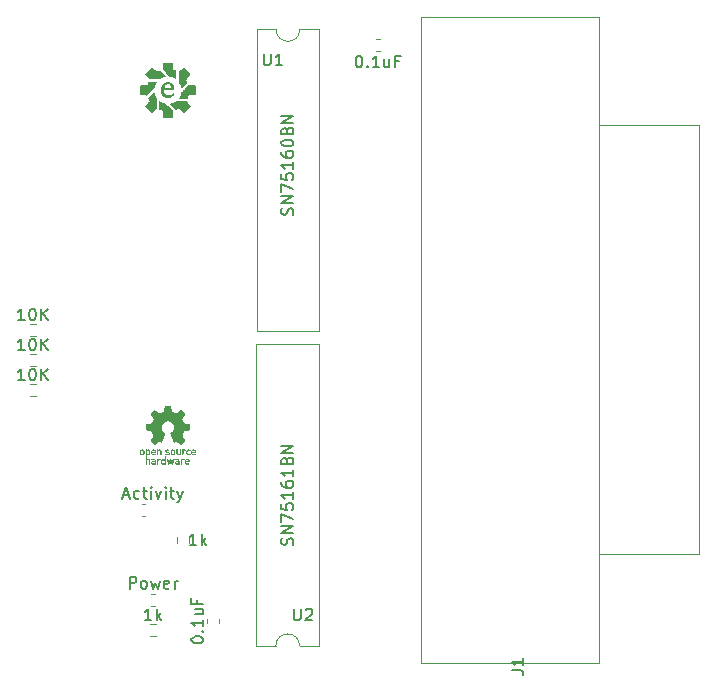
<source format=gbr>
%TF.GenerationSoftware,KiCad,Pcbnew,(6.0.0)*%
%TF.CreationDate,2022-01-24T18:05:25-05:00*%
%TF.ProjectId,gpib breakout,67706962-2062-4726-9561-6b6f75742e6b,rev?*%
%TF.SameCoordinates,Original*%
%TF.FileFunction,Legend,Top*%
%TF.FilePolarity,Positive*%
%FSLAX46Y46*%
G04 Gerber Fmt 4.6, Leading zero omitted, Abs format (unit mm)*
G04 Created by KiCad (PCBNEW (6.0.0)) date 2022-01-24 18:05:25*
%MOMM*%
%LPD*%
G01*
G04 APERTURE LIST*
%ADD10C,0.150000*%
%ADD11C,0.120000*%
%ADD12C,0.100000*%
G04 APERTURE END LIST*
D10*
%TO.C,C1*%
X221877142Y-72002380D02*
X221972380Y-72002380D01*
X222067619Y-72050000D01*
X222115238Y-72097619D01*
X222162857Y-72192857D01*
X222210476Y-72383333D01*
X222210476Y-72621428D01*
X222162857Y-72811904D01*
X222115238Y-72907142D01*
X222067619Y-72954761D01*
X221972380Y-73002380D01*
X221877142Y-73002380D01*
X221781904Y-72954761D01*
X221734285Y-72907142D01*
X221686666Y-72811904D01*
X221639047Y-72621428D01*
X221639047Y-72383333D01*
X221686666Y-72192857D01*
X221734285Y-72097619D01*
X221781904Y-72050000D01*
X221877142Y-72002380D01*
X222639047Y-72907142D02*
X222686666Y-72954761D01*
X222639047Y-73002380D01*
X222591428Y-72954761D01*
X222639047Y-72907142D01*
X222639047Y-73002380D01*
X223639047Y-73002380D02*
X223067619Y-73002380D01*
X223353333Y-73002380D02*
X223353333Y-72002380D01*
X223258095Y-72145238D01*
X223162857Y-72240476D01*
X223067619Y-72288095D01*
X224496190Y-72335714D02*
X224496190Y-73002380D01*
X224067619Y-72335714D02*
X224067619Y-72859523D01*
X224115238Y-72954761D01*
X224210476Y-73002380D01*
X224353333Y-73002380D01*
X224448571Y-72954761D01*
X224496190Y-72907142D01*
X225305714Y-72478571D02*
X224972380Y-72478571D01*
X224972380Y-73002380D02*
X224972380Y-72002380D01*
X225448571Y-72002380D01*
%TO.C,R4*%
X208160952Y-113482380D02*
X207589523Y-113482380D01*
X207875238Y-113482380D02*
X207875238Y-112482380D01*
X207780000Y-112625238D01*
X207684761Y-112720476D01*
X207589523Y-112768095D01*
X208589523Y-113482380D02*
X208589523Y-112482380D01*
X208684761Y-113101428D02*
X208970476Y-113482380D01*
X208970476Y-112815714D02*
X208589523Y-113196666D01*
%TO.C,R3*%
X193619523Y-94432380D02*
X193048095Y-94432380D01*
X193333809Y-94432380D02*
X193333809Y-93432380D01*
X193238571Y-93575238D01*
X193143333Y-93670476D01*
X193048095Y-93718095D01*
X194238571Y-93432380D02*
X194333809Y-93432380D01*
X194429047Y-93480000D01*
X194476666Y-93527619D01*
X194524285Y-93622857D01*
X194571904Y-93813333D01*
X194571904Y-94051428D01*
X194524285Y-94241904D01*
X194476666Y-94337142D01*
X194429047Y-94384761D01*
X194333809Y-94432380D01*
X194238571Y-94432380D01*
X194143333Y-94384761D01*
X194095714Y-94337142D01*
X194048095Y-94241904D01*
X194000476Y-94051428D01*
X194000476Y-93813333D01*
X194048095Y-93622857D01*
X194095714Y-93527619D01*
X194143333Y-93480000D01*
X194238571Y-93432380D01*
X195000476Y-94432380D02*
X195000476Y-93432380D01*
X195571904Y-94432380D02*
X195143333Y-93860952D01*
X195571904Y-93432380D02*
X195000476Y-94003809D01*
%TO.C,R5*%
X204350952Y-119832380D02*
X203779523Y-119832380D01*
X204065238Y-119832380D02*
X204065238Y-118832380D01*
X203970000Y-118975238D01*
X203874761Y-119070476D01*
X203779523Y-119118095D01*
X204779523Y-119832380D02*
X204779523Y-118832380D01*
X204874761Y-119451428D02*
X205160476Y-119832380D01*
X205160476Y-119165714D02*
X204779523Y-119546666D01*
%TO.C,J1*%
X234842880Y-124038333D02*
X235557166Y-124038333D01*
X235700023Y-124085952D01*
X235795261Y-124181190D01*
X235842880Y-124324047D01*
X235842880Y-124419285D01*
X235842880Y-123038333D02*
X235842880Y-123609761D01*
X235842880Y-123324047D02*
X234842880Y-123324047D01*
X234985738Y-123419285D01*
X235080976Y-123514523D01*
X235128595Y-123609761D01*
%TO.C,C2*%
X207732380Y-121517857D02*
X207732380Y-121422619D01*
X207780000Y-121327380D01*
X207827619Y-121279761D01*
X207922857Y-121232142D01*
X208113333Y-121184523D01*
X208351428Y-121184523D01*
X208541904Y-121232142D01*
X208637142Y-121279761D01*
X208684761Y-121327380D01*
X208732380Y-121422619D01*
X208732380Y-121517857D01*
X208684761Y-121613095D01*
X208637142Y-121660714D01*
X208541904Y-121708333D01*
X208351428Y-121755952D01*
X208113333Y-121755952D01*
X207922857Y-121708333D01*
X207827619Y-121660714D01*
X207780000Y-121613095D01*
X207732380Y-121517857D01*
X208637142Y-120755952D02*
X208684761Y-120708333D01*
X208732380Y-120755952D01*
X208684761Y-120803571D01*
X208637142Y-120755952D01*
X208732380Y-120755952D01*
X208732380Y-119755952D02*
X208732380Y-120327380D01*
X208732380Y-120041666D02*
X207732380Y-120041666D01*
X207875238Y-120136904D01*
X207970476Y-120232142D01*
X208018095Y-120327380D01*
X208065714Y-118898809D02*
X208732380Y-118898809D01*
X208065714Y-119327380D02*
X208589523Y-119327380D01*
X208684761Y-119279761D01*
X208732380Y-119184523D01*
X208732380Y-119041666D01*
X208684761Y-118946428D01*
X208637142Y-118898809D01*
X208208571Y-118089285D02*
X208208571Y-118422619D01*
X208732380Y-118422619D02*
X207732380Y-118422619D01*
X207732380Y-117946428D01*
%TO.C,D1*%
X201993809Y-109226666D02*
X202470000Y-109226666D01*
X201898571Y-109512380D02*
X202231904Y-108512380D01*
X202565238Y-109512380D01*
X203327142Y-109464761D02*
X203231904Y-109512380D01*
X203041428Y-109512380D01*
X202946190Y-109464761D01*
X202898571Y-109417142D01*
X202850952Y-109321904D01*
X202850952Y-109036190D01*
X202898571Y-108940952D01*
X202946190Y-108893333D01*
X203041428Y-108845714D01*
X203231904Y-108845714D01*
X203327142Y-108893333D01*
X203612857Y-108845714D02*
X203993809Y-108845714D01*
X203755714Y-108512380D02*
X203755714Y-109369523D01*
X203803333Y-109464761D01*
X203898571Y-109512380D01*
X203993809Y-109512380D01*
X204327142Y-109512380D02*
X204327142Y-108845714D01*
X204327142Y-108512380D02*
X204279523Y-108560000D01*
X204327142Y-108607619D01*
X204374761Y-108560000D01*
X204327142Y-108512380D01*
X204327142Y-108607619D01*
X204708095Y-108845714D02*
X204946190Y-109512380D01*
X205184285Y-108845714D01*
X205565238Y-109512380D02*
X205565238Y-108845714D01*
X205565238Y-108512380D02*
X205517619Y-108560000D01*
X205565238Y-108607619D01*
X205612857Y-108560000D01*
X205565238Y-108512380D01*
X205565238Y-108607619D01*
X205898571Y-108845714D02*
X206279523Y-108845714D01*
X206041428Y-108512380D02*
X206041428Y-109369523D01*
X206089047Y-109464761D01*
X206184285Y-109512380D01*
X206279523Y-109512380D01*
X206517619Y-108845714D02*
X206755714Y-109512380D01*
X206993809Y-108845714D02*
X206755714Y-109512380D01*
X206660476Y-109750476D01*
X206612857Y-109798095D01*
X206517619Y-109845714D01*
%TO.C,D2*%
X202493809Y-117132380D02*
X202493809Y-116132380D01*
X202874761Y-116132380D01*
X202970000Y-116180000D01*
X203017619Y-116227619D01*
X203065238Y-116322857D01*
X203065238Y-116465714D01*
X203017619Y-116560952D01*
X202970000Y-116608571D01*
X202874761Y-116656190D01*
X202493809Y-116656190D01*
X203636666Y-117132380D02*
X203541428Y-117084761D01*
X203493809Y-117037142D01*
X203446190Y-116941904D01*
X203446190Y-116656190D01*
X203493809Y-116560952D01*
X203541428Y-116513333D01*
X203636666Y-116465714D01*
X203779523Y-116465714D01*
X203874761Y-116513333D01*
X203922380Y-116560952D01*
X203970000Y-116656190D01*
X203970000Y-116941904D01*
X203922380Y-117037142D01*
X203874761Y-117084761D01*
X203779523Y-117132380D01*
X203636666Y-117132380D01*
X204303333Y-116465714D02*
X204493809Y-117132380D01*
X204684285Y-116656190D01*
X204874761Y-117132380D01*
X205065238Y-116465714D01*
X205827142Y-117084761D02*
X205731904Y-117132380D01*
X205541428Y-117132380D01*
X205446190Y-117084761D01*
X205398571Y-116989523D01*
X205398571Y-116608571D01*
X205446190Y-116513333D01*
X205541428Y-116465714D01*
X205731904Y-116465714D01*
X205827142Y-116513333D01*
X205874761Y-116608571D01*
X205874761Y-116703809D01*
X205398571Y-116799047D01*
X206303333Y-117132380D02*
X206303333Y-116465714D01*
X206303333Y-116656190D02*
X206350952Y-116560952D01*
X206398571Y-116513333D01*
X206493809Y-116465714D01*
X206589047Y-116465714D01*
%TO.C,R2*%
X193619523Y-96972380D02*
X193048095Y-96972380D01*
X193333809Y-96972380D02*
X193333809Y-95972380D01*
X193238571Y-96115238D01*
X193143333Y-96210476D01*
X193048095Y-96258095D01*
X194238571Y-95972380D02*
X194333809Y-95972380D01*
X194429047Y-96020000D01*
X194476666Y-96067619D01*
X194524285Y-96162857D01*
X194571904Y-96353333D01*
X194571904Y-96591428D01*
X194524285Y-96781904D01*
X194476666Y-96877142D01*
X194429047Y-96924761D01*
X194333809Y-96972380D01*
X194238571Y-96972380D01*
X194143333Y-96924761D01*
X194095714Y-96877142D01*
X194048095Y-96781904D01*
X194000476Y-96591428D01*
X194000476Y-96353333D01*
X194048095Y-96162857D01*
X194095714Y-96067619D01*
X194143333Y-96020000D01*
X194238571Y-95972380D01*
X195000476Y-96972380D02*
X195000476Y-95972380D01*
X195571904Y-96972380D02*
X195143333Y-96400952D01*
X195571904Y-95972380D02*
X195000476Y-96543809D01*
%TO.C,U2*%
X216408095Y-118832380D02*
X216408095Y-119641904D01*
X216455714Y-119737142D01*
X216503333Y-119784761D01*
X216598571Y-119832380D01*
X216789047Y-119832380D01*
X216884285Y-119784761D01*
X216931904Y-119737142D01*
X216979523Y-119641904D01*
X216979523Y-118832380D01*
X217408095Y-118927619D02*
X217455714Y-118880000D01*
X217550952Y-118832380D01*
X217789047Y-118832380D01*
X217884285Y-118880000D01*
X217931904Y-118927619D01*
X217979523Y-119022857D01*
X217979523Y-119118095D01*
X217931904Y-119260952D01*
X217360476Y-119832380D01*
X217979523Y-119832380D01*
X216294761Y-113434285D02*
X216342380Y-113291428D01*
X216342380Y-113053333D01*
X216294761Y-112958095D01*
X216247142Y-112910476D01*
X216151904Y-112862857D01*
X216056666Y-112862857D01*
X215961428Y-112910476D01*
X215913809Y-112958095D01*
X215866190Y-113053333D01*
X215818571Y-113243809D01*
X215770952Y-113339047D01*
X215723333Y-113386666D01*
X215628095Y-113434285D01*
X215532857Y-113434285D01*
X215437619Y-113386666D01*
X215390000Y-113339047D01*
X215342380Y-113243809D01*
X215342380Y-113005714D01*
X215390000Y-112862857D01*
X216342380Y-112434285D02*
X215342380Y-112434285D01*
X216342380Y-111862857D01*
X215342380Y-111862857D01*
X215342380Y-111481904D02*
X215342380Y-110815238D01*
X216342380Y-111243809D01*
X215342380Y-109958095D02*
X215342380Y-110434285D01*
X215818571Y-110481904D01*
X215770952Y-110434285D01*
X215723333Y-110339047D01*
X215723333Y-110100952D01*
X215770952Y-110005714D01*
X215818571Y-109958095D01*
X215913809Y-109910476D01*
X216151904Y-109910476D01*
X216247142Y-109958095D01*
X216294761Y-110005714D01*
X216342380Y-110100952D01*
X216342380Y-110339047D01*
X216294761Y-110434285D01*
X216247142Y-110481904D01*
X216342380Y-108958095D02*
X216342380Y-109529523D01*
X216342380Y-109243809D02*
X215342380Y-109243809D01*
X215485238Y-109339047D01*
X215580476Y-109434285D01*
X215628095Y-109529523D01*
X215342380Y-108100952D02*
X215342380Y-108291428D01*
X215390000Y-108386666D01*
X215437619Y-108434285D01*
X215580476Y-108529523D01*
X215770952Y-108577142D01*
X216151904Y-108577142D01*
X216247142Y-108529523D01*
X216294761Y-108481904D01*
X216342380Y-108386666D01*
X216342380Y-108196190D01*
X216294761Y-108100952D01*
X216247142Y-108053333D01*
X216151904Y-108005714D01*
X215913809Y-108005714D01*
X215818571Y-108053333D01*
X215770952Y-108100952D01*
X215723333Y-108196190D01*
X215723333Y-108386666D01*
X215770952Y-108481904D01*
X215818571Y-108529523D01*
X215913809Y-108577142D01*
X216342380Y-107053333D02*
X216342380Y-107624761D01*
X216342380Y-107339047D02*
X215342380Y-107339047D01*
X215485238Y-107434285D01*
X215580476Y-107529523D01*
X215628095Y-107624761D01*
X215818571Y-106291428D02*
X215866190Y-106148571D01*
X215913809Y-106100952D01*
X216009047Y-106053333D01*
X216151904Y-106053333D01*
X216247142Y-106100952D01*
X216294761Y-106148571D01*
X216342380Y-106243809D01*
X216342380Y-106624761D01*
X215342380Y-106624761D01*
X215342380Y-106291428D01*
X215390000Y-106196190D01*
X215437619Y-106148571D01*
X215532857Y-106100952D01*
X215628095Y-106100952D01*
X215723333Y-106148571D01*
X215770952Y-106196190D01*
X215818571Y-106291428D01*
X215818571Y-106624761D01*
X216342380Y-105624761D02*
X215342380Y-105624761D01*
X216342380Y-105053333D01*
X215342380Y-105053333D01*
%TO.C,U1*%
X213868095Y-71842380D02*
X213868095Y-72651904D01*
X213915714Y-72747142D01*
X213963333Y-72794761D01*
X214058571Y-72842380D01*
X214249047Y-72842380D01*
X214344285Y-72794761D01*
X214391904Y-72747142D01*
X214439523Y-72651904D01*
X214439523Y-71842380D01*
X215439523Y-72842380D02*
X214868095Y-72842380D01*
X215153809Y-72842380D02*
X215153809Y-71842380D01*
X215058571Y-71985238D01*
X214963333Y-72080476D01*
X214868095Y-72128095D01*
X216304761Y-85494285D02*
X216352380Y-85351428D01*
X216352380Y-85113333D01*
X216304761Y-85018095D01*
X216257142Y-84970476D01*
X216161904Y-84922857D01*
X216066666Y-84922857D01*
X215971428Y-84970476D01*
X215923809Y-85018095D01*
X215876190Y-85113333D01*
X215828571Y-85303809D01*
X215780952Y-85399047D01*
X215733333Y-85446666D01*
X215638095Y-85494285D01*
X215542857Y-85494285D01*
X215447619Y-85446666D01*
X215400000Y-85399047D01*
X215352380Y-85303809D01*
X215352380Y-85065714D01*
X215400000Y-84922857D01*
X216352380Y-84494285D02*
X215352380Y-84494285D01*
X216352380Y-83922857D01*
X215352380Y-83922857D01*
X215352380Y-83541904D02*
X215352380Y-82875238D01*
X216352380Y-83303809D01*
X215352380Y-82018095D02*
X215352380Y-82494285D01*
X215828571Y-82541904D01*
X215780952Y-82494285D01*
X215733333Y-82399047D01*
X215733333Y-82160952D01*
X215780952Y-82065714D01*
X215828571Y-82018095D01*
X215923809Y-81970476D01*
X216161904Y-81970476D01*
X216257142Y-82018095D01*
X216304761Y-82065714D01*
X216352380Y-82160952D01*
X216352380Y-82399047D01*
X216304761Y-82494285D01*
X216257142Y-82541904D01*
X216352380Y-81018095D02*
X216352380Y-81589523D01*
X216352380Y-81303809D02*
X215352380Y-81303809D01*
X215495238Y-81399047D01*
X215590476Y-81494285D01*
X215638095Y-81589523D01*
X215352380Y-80160952D02*
X215352380Y-80351428D01*
X215400000Y-80446666D01*
X215447619Y-80494285D01*
X215590476Y-80589523D01*
X215780952Y-80637142D01*
X216161904Y-80637142D01*
X216257142Y-80589523D01*
X216304761Y-80541904D01*
X216352380Y-80446666D01*
X216352380Y-80256190D01*
X216304761Y-80160952D01*
X216257142Y-80113333D01*
X216161904Y-80065714D01*
X215923809Y-80065714D01*
X215828571Y-80113333D01*
X215780952Y-80160952D01*
X215733333Y-80256190D01*
X215733333Y-80446666D01*
X215780952Y-80541904D01*
X215828571Y-80589523D01*
X215923809Y-80637142D01*
X215352380Y-79446666D02*
X215352380Y-79351428D01*
X215400000Y-79256190D01*
X215447619Y-79208571D01*
X215542857Y-79160952D01*
X215733333Y-79113333D01*
X215971428Y-79113333D01*
X216161904Y-79160952D01*
X216257142Y-79208571D01*
X216304761Y-79256190D01*
X216352380Y-79351428D01*
X216352380Y-79446666D01*
X216304761Y-79541904D01*
X216257142Y-79589523D01*
X216161904Y-79637142D01*
X215971428Y-79684761D01*
X215733333Y-79684761D01*
X215542857Y-79637142D01*
X215447619Y-79589523D01*
X215400000Y-79541904D01*
X215352380Y-79446666D01*
X215828571Y-78351428D02*
X215876190Y-78208571D01*
X215923809Y-78160952D01*
X216019047Y-78113333D01*
X216161904Y-78113333D01*
X216257142Y-78160952D01*
X216304761Y-78208571D01*
X216352380Y-78303809D01*
X216352380Y-78684761D01*
X215352380Y-78684761D01*
X215352380Y-78351428D01*
X215400000Y-78256190D01*
X215447619Y-78208571D01*
X215542857Y-78160952D01*
X215638095Y-78160952D01*
X215733333Y-78208571D01*
X215780952Y-78256190D01*
X215828571Y-78351428D01*
X215828571Y-78684761D01*
X216352380Y-77684761D02*
X215352380Y-77684761D01*
X216352380Y-77113333D01*
X215352380Y-77113333D01*
%TO.C,R1*%
X193619523Y-99512380D02*
X193048095Y-99512380D01*
X193333809Y-99512380D02*
X193333809Y-98512380D01*
X193238571Y-98655238D01*
X193143333Y-98750476D01*
X193048095Y-98798095D01*
X194238571Y-98512380D02*
X194333809Y-98512380D01*
X194429047Y-98560000D01*
X194476666Y-98607619D01*
X194524285Y-98702857D01*
X194571904Y-98893333D01*
X194571904Y-99131428D01*
X194524285Y-99321904D01*
X194476666Y-99417142D01*
X194429047Y-99464761D01*
X194333809Y-99512380D01*
X194238571Y-99512380D01*
X194143333Y-99464761D01*
X194095714Y-99417142D01*
X194048095Y-99321904D01*
X194000476Y-99131428D01*
X194000476Y-98893333D01*
X194048095Y-98702857D01*
X194095714Y-98607619D01*
X194143333Y-98560000D01*
X194238571Y-98512380D01*
X195000476Y-99512380D02*
X195000476Y-98512380D01*
X195571904Y-99512380D02*
X195143333Y-98940952D01*
X195571904Y-98512380D02*
X195000476Y-99083809D01*
D11*
%TO.C,C1*%
X223379420Y-71630000D02*
X223660580Y-71630000D01*
X223379420Y-70610000D02*
X223660580Y-70610000D01*
%TO.C,R4*%
X206487500Y-112792742D02*
X206487500Y-113267258D01*
X207532500Y-112792742D02*
X207532500Y-113267258D01*
%TO.C,G\u002A\u002A\u002A*%
G36*
X207525509Y-105348847D02*
G01*
X207549168Y-105352973D01*
X207559236Y-105355443D01*
X207599930Y-105369886D01*
X207638014Y-105390751D01*
X207668813Y-105415425D01*
X207671551Y-105418254D01*
X207681071Y-105429261D01*
X207682440Y-105436479D01*
X207676160Y-105445144D01*
X207674316Y-105447195D01*
X207661847Y-105459426D01*
X207645083Y-105474039D01*
X207639342Y-105478697D01*
X207616336Y-105496942D01*
X207587527Y-105476636D01*
X207568529Y-105464754D01*
X207550578Y-105458086D01*
X207528017Y-105454829D01*
X207516761Y-105454096D01*
X207476789Y-105455986D01*
X207444968Y-105466800D01*
X207420104Y-105487155D01*
X207403468Y-105512574D01*
X207395785Y-105529631D01*
X207391075Y-105546228D01*
X207388651Y-105566334D01*
X207387823Y-105593915D01*
X207387784Y-105602860D01*
X207388284Y-105633618D01*
X207390301Y-105655822D01*
X207394469Y-105673391D01*
X207401424Y-105690244D01*
X207402192Y-105691825D01*
X207422541Y-105720264D01*
X207450235Y-105740349D01*
X207482967Y-105751672D01*
X207518431Y-105753831D01*
X207554322Y-105746417D01*
X207588332Y-105729027D01*
X207593273Y-105725423D01*
X207615728Y-105708296D01*
X207639038Y-105726782D01*
X207656005Y-105741044D01*
X207670622Y-105754658D01*
X207674257Y-105758459D01*
X207682232Y-105768513D01*
X207681684Y-105775808D01*
X207674257Y-105784882D01*
X207649455Y-105806747D01*
X207617092Y-105827273D01*
X207582013Y-105843538D01*
X207570201Y-105847619D01*
X207541901Y-105855074D01*
X207516670Y-105857908D01*
X207488978Y-105856394D01*
X207464997Y-105852867D01*
X207427084Y-105841771D01*
X207388798Y-105822577D01*
X207355687Y-105798200D01*
X207349283Y-105792062D01*
X207322355Y-105756354D01*
X207302320Y-105712106D01*
X207289743Y-105661558D01*
X207285187Y-105606952D01*
X207288978Y-105552132D01*
X207302010Y-105495468D01*
X207323298Y-105448168D01*
X207352973Y-105410091D01*
X207391166Y-105381097D01*
X207438008Y-105361047D01*
X207476129Y-105352238D01*
X207503430Y-105348690D01*
X207525509Y-105348847D01*
G37*
G36*
X205728993Y-105350866D02*
G01*
X205764637Y-105356275D01*
X205797668Y-105363958D01*
X205820464Y-105371902D01*
X205844117Y-105383462D01*
X205865322Y-105395807D01*
X205881357Y-105407151D01*
X205889498Y-105415712D01*
X205889994Y-105417442D01*
X205886224Y-105424483D01*
X205876270Y-105438032D01*
X205862238Y-105455233D01*
X205861362Y-105456261D01*
X205832687Y-105489826D01*
X205797984Y-105470241D01*
X205767154Y-105457083D01*
X205732288Y-105448912D01*
X205697299Y-105446109D01*
X205666099Y-105449058D01*
X205647074Y-105455511D01*
X205627593Y-105470755D01*
X205617470Y-105489678D01*
X205616969Y-105509409D01*
X205626354Y-105527077D01*
X205639585Y-105537017D01*
X205654993Y-105542231D01*
X205677941Y-105546876D01*
X205703470Y-105549950D01*
X205703572Y-105549958D01*
X205755511Y-105555225D01*
X205796705Y-105562565D01*
X205828838Y-105572699D01*
X205853596Y-105586351D01*
X205872663Y-105604241D01*
X205887725Y-105627092D01*
X205888924Y-105629383D01*
X205900066Y-105661406D01*
X205904401Y-105697819D01*
X205901763Y-105733604D01*
X205893302Y-105761098D01*
X205871979Y-105792060D01*
X205840943Y-105817812D01*
X205802152Y-105837634D01*
X205757563Y-105850800D01*
X205709133Y-105856589D01*
X205658821Y-105854276D01*
X205646227Y-105852356D01*
X205621655Y-105846252D01*
X205593134Y-105836572D01*
X205572164Y-105827800D01*
X205549295Y-105815956D01*
X205526422Y-105802200D01*
X205506168Y-105788355D01*
X205491159Y-105776242D01*
X205484020Y-105767685D01*
X205483766Y-105766437D01*
X205488172Y-105760578D01*
X205499719Y-105748995D01*
X205516020Y-105734063D01*
X205518092Y-105732239D01*
X205552338Y-105702204D01*
X205580459Y-105721552D01*
X205618532Y-105743264D01*
X205657364Y-105755304D01*
X205701777Y-105759144D01*
X205703478Y-105759148D01*
X205744015Y-105756206D01*
X205773687Y-105747297D01*
X205792679Y-105732300D01*
X205801179Y-105711094D01*
X205801327Y-105695399D01*
X205797565Y-105680105D01*
X205788649Y-105668542D01*
X205772918Y-105659940D01*
X205748711Y-105653525D01*
X205714366Y-105648527D01*
X205696439Y-105646656D01*
X205645491Y-105639892D01*
X205605236Y-105630022D01*
X205574083Y-105616253D01*
X205550437Y-105597793D01*
X205532707Y-105573849D01*
X205526760Y-105562225D01*
X205519509Y-105539819D01*
X205515411Y-105514215D01*
X205515082Y-105506686D01*
X205520006Y-105462007D01*
X205535189Y-105424461D01*
X205560596Y-105394083D01*
X205596194Y-105370908D01*
X205641948Y-105354969D01*
X205668966Y-105349672D01*
X205695511Y-105348432D01*
X205728993Y-105350866D01*
G37*
G36*
X204339497Y-106427197D02*
G01*
X204357051Y-106395966D01*
X204368538Y-106383071D01*
X204385312Y-106369137D01*
X204403137Y-106358814D01*
X204424320Y-106351508D01*
X204451170Y-106346623D01*
X204485996Y-106343565D01*
X204528765Y-106341805D01*
X204620975Y-106339179D01*
X204620975Y-106305065D01*
X204619762Y-106283354D01*
X204616660Y-106265205D01*
X204614220Y-106258331D01*
X204600268Y-106244349D01*
X204576852Y-106234125D01*
X204546706Y-106228657D01*
X204531310Y-106228014D01*
X204496413Y-106229474D01*
X204470847Y-106234342D01*
X204451730Y-106243351D01*
X204442723Y-106250518D01*
X204426834Y-106265244D01*
X204389496Y-106236248D01*
X204371604Y-106221767D01*
X204358389Y-106209955D01*
X204352307Y-106203031D01*
X204352159Y-106202491D01*
X204356539Y-106196123D01*
X204367830Y-106184729D01*
X204378560Y-106175132D01*
X204404909Y-106156543D01*
X204434575Y-106144034D01*
X204469985Y-106137008D01*
X204513568Y-106134870D01*
X204539980Y-106135479D01*
X204572514Y-106137268D01*
X204596330Y-106139986D01*
X204615213Y-106144373D01*
X204632947Y-106151171D01*
X204642099Y-106155477D01*
X204676718Y-106177763D01*
X204701557Y-106206681D01*
X204715002Y-106234265D01*
X204717708Y-106245811D01*
X204719988Y-106265444D01*
X204721887Y-106294040D01*
X204723452Y-106332473D01*
X204724725Y-106381620D01*
X204725753Y-106442355D01*
X204725792Y-106445255D01*
X204728349Y-106634364D01*
X204620975Y-106634364D01*
X204620975Y-106595743D01*
X204602026Y-106611687D01*
X204582683Y-106624380D01*
X204561309Y-106633657D01*
X204559828Y-106634088D01*
X204530599Y-106638875D01*
X204495582Y-106639812D01*
X204460842Y-106637020D01*
X204435455Y-106631616D01*
X204395089Y-106613586D01*
X204362420Y-106587802D01*
X204339078Y-106555757D01*
X204330723Y-106535740D01*
X204325322Y-106501167D01*
X204326501Y-106487599D01*
X204421257Y-106487599D01*
X204428156Y-106508733D01*
X204443535Y-106526711D01*
X204466359Y-106538911D01*
X204474418Y-106541036D01*
X204493672Y-106543214D01*
X204519293Y-106543796D01*
X204546829Y-106542946D01*
X204571831Y-106540827D01*
X204589845Y-106537600D01*
X204592549Y-106536712D01*
X204605665Y-106525439D01*
X204615275Y-106504494D01*
X204620396Y-106476452D01*
X204620975Y-106462272D01*
X204620975Y-106427094D01*
X204537063Y-106429141D01*
X204502897Y-106430111D01*
X204478852Y-106431340D01*
X204462551Y-106433238D01*
X204451613Y-106436213D01*
X204443659Y-106440676D01*
X204437039Y-106446344D01*
X204423873Y-106465929D01*
X204421257Y-106487599D01*
X204326501Y-106487599D01*
X204328583Y-106463625D01*
X204339497Y-106427197D01*
G37*
G36*
X205118604Y-106144084D02*
G01*
X205132038Y-106149643D01*
X205149721Y-106158697D01*
X205161637Y-106166371D01*
X205164859Y-106170103D01*
X205161110Y-106176956D01*
X205151104Y-106190800D01*
X205136699Y-106209116D01*
X205130211Y-106217025D01*
X205095564Y-106258766D01*
X205075510Y-106246539D01*
X205046073Y-106235323D01*
X205015339Y-106235030D01*
X204986211Y-106244808D01*
X204961596Y-106263807D01*
X204947618Y-106284039D01*
X204943326Y-106293062D01*
X204940009Y-106302136D01*
X204937541Y-106312943D01*
X204935797Y-106327165D01*
X204934651Y-106346483D01*
X204933980Y-106372579D01*
X204933657Y-106407135D01*
X204933557Y-106451833D01*
X204933552Y-106473148D01*
X204933552Y-106634364D01*
X204833527Y-106634364D01*
X204833527Y-106140492D01*
X204933552Y-106140492D01*
X204933552Y-106191479D01*
X204958510Y-106170115D01*
X204993677Y-106147909D01*
X205033812Y-106135965D01*
X205076320Y-106134588D01*
X205118604Y-106144084D01*
G37*
G36*
X203958312Y-105352798D02*
G01*
X203958312Y-105401965D01*
X203989362Y-105381070D01*
X204029543Y-105360547D01*
X204071145Y-105350892D01*
X204112346Y-105351514D01*
X204151328Y-105361821D01*
X204186270Y-105381222D01*
X204215352Y-105409125D01*
X204236756Y-105444939D01*
X204243452Y-105463668D01*
X204247827Y-105486517D01*
X204250986Y-105518754D01*
X204252928Y-105557334D01*
X204253651Y-105599209D01*
X204253156Y-105641333D01*
X204251441Y-105680661D01*
X204248505Y-105714146D01*
X204244348Y-105738742D01*
X204243536Y-105741763D01*
X204226086Y-105780746D01*
X204199496Y-105812870D01*
X204165758Y-105836972D01*
X204126864Y-105851887D01*
X204084806Y-105856451D01*
X204053771Y-105852693D01*
X204031560Y-105845327D01*
X204006338Y-105833433D01*
X203991132Y-105824443D01*
X203958312Y-105802781D01*
X203958312Y-105993886D01*
X203958410Y-106049612D01*
X203958734Y-106093893D01*
X203959329Y-106127785D01*
X203960239Y-106152346D01*
X203961508Y-106168631D01*
X203963180Y-106177698D01*
X203965299Y-106180602D01*
X203966126Y-106180376D01*
X203976225Y-106173746D01*
X203990666Y-106163586D01*
X203992695Y-106162116D01*
X204028462Y-106143430D01*
X204068609Y-106134657D01*
X204110208Y-106135566D01*
X204150329Y-106145927D01*
X204186044Y-106165508D01*
X204201206Y-106178557D01*
X204213897Y-106191460D01*
X204224116Y-106203126D01*
X204232145Y-106215054D01*
X204238265Y-106228744D01*
X204242760Y-106245694D01*
X204245912Y-106267404D01*
X204248002Y-106295373D01*
X204249314Y-106331100D01*
X204250129Y-106376085D01*
X204250729Y-106431827D01*
X204250827Y-106442129D01*
X204252646Y-106634364D01*
X204152109Y-106634364D01*
X204152100Y-106470261D01*
X204151966Y-106415995D01*
X204151397Y-106372721D01*
X204150127Y-106338927D01*
X204147893Y-106313103D01*
X204144429Y-106293738D01*
X204139472Y-106279322D01*
X204132756Y-106268344D01*
X204124018Y-106259294D01*
X204113751Y-106251214D01*
X204086380Y-106238325D01*
X204055479Y-106235062D01*
X204024488Y-106240771D01*
X203996851Y-106254799D01*
X203976008Y-106276494D01*
X203975397Y-106277461D01*
X203971203Y-106284706D01*
X203967920Y-106292412D01*
X203965413Y-106302172D01*
X203963549Y-106315577D01*
X203962195Y-106334222D01*
X203961217Y-106359697D01*
X203960481Y-106393597D01*
X203959855Y-106437512D01*
X203959502Y-106467135D01*
X203957566Y-106634364D01*
X203858287Y-106634364D01*
X203858287Y-105615623D01*
X203957912Y-105615623D01*
X203961243Y-105655414D01*
X203969033Y-105691046D01*
X203981301Y-105719379D01*
X203987296Y-105727764D01*
X204007881Y-105743372D01*
X204035349Y-105752293D01*
X204065777Y-105754127D01*
X204095244Y-105748480D01*
X204112309Y-105740429D01*
X204125924Y-105730073D01*
X204135790Y-105717347D01*
X204142468Y-105700193D01*
X204146518Y-105676556D01*
X204148502Y-105644380D01*
X204148984Y-105605986D01*
X204148699Y-105568724D01*
X204147677Y-105541514D01*
X204145669Y-105521916D01*
X204142425Y-105507489D01*
X204137714Y-105495828D01*
X204121298Y-105472914D01*
X204098605Y-105459064D01*
X204068142Y-105453596D01*
X204045847Y-105454032D01*
X204023125Y-105456336D01*
X204008522Y-105460372D01*
X203997655Y-105467959D01*
X203988800Y-105477694D01*
X203974484Y-105502709D01*
X203964551Y-105536130D01*
X203959021Y-105574815D01*
X203957912Y-105615623D01*
X203858287Y-105615623D01*
X203858287Y-105352798D01*
X203958312Y-105352798D01*
G37*
G36*
X207128657Y-106145579D02*
G01*
X207164685Y-106164426D01*
X207167377Y-106169283D01*
X207164490Y-106177879D01*
X207155049Y-106191992D01*
X207138080Y-106213397D01*
X207137301Y-106214346D01*
X207101206Y-106258221D01*
X207076728Y-106245462D01*
X207045401Y-106235525D01*
X207013879Y-106236753D01*
X206984887Y-106248292D01*
X206961153Y-106269290D01*
X206951245Y-106284722D01*
X206947882Y-106292595D01*
X206945277Y-106302474D01*
X206943335Y-106315944D01*
X206941964Y-106334591D01*
X206941070Y-106360000D01*
X206940559Y-106393757D01*
X206940338Y-106437446D01*
X206940305Y-106470261D01*
X206940295Y-106634364D01*
X206840271Y-106634364D01*
X206840271Y-106140492D01*
X206940295Y-106140492D01*
X206940295Y-106184889D01*
X206962163Y-106168210D01*
X207000140Y-106146756D01*
X207042323Y-106135800D01*
X207086050Y-106135391D01*
X207128657Y-106145579D01*
G37*
G36*
X205174236Y-106390554D02*
G01*
X205174534Y-106339432D01*
X205175735Y-106298955D01*
X205178295Y-106267270D01*
X205182671Y-106242528D01*
X205189322Y-106222877D01*
X205198704Y-106206465D01*
X205211274Y-106191443D01*
X205227188Y-106176230D01*
X205258730Y-106152925D01*
X205292105Y-106139481D01*
X205331283Y-106134433D01*
X205340627Y-106134302D01*
X205368083Y-106137443D01*
X205397133Y-106145674D01*
X205423405Y-106157342D01*
X205442526Y-106170796D01*
X205445380Y-106173881D01*
X205454540Y-106182273D01*
X205459314Y-106184253D01*
X205461033Y-106178315D01*
X205462695Y-106161758D01*
X205464193Y-106136464D01*
X205465420Y-106104317D01*
X205466268Y-106067201D01*
X205466363Y-106060785D01*
X205468058Y-105937317D01*
X205516508Y-105935491D01*
X205564957Y-105933665D01*
X205564957Y-106634364D01*
X205464932Y-106634364D01*
X205464932Y-106612483D01*
X205463274Y-106596086D01*
X205457775Y-106591470D01*
X205447648Y-106598290D01*
X205443171Y-106602975D01*
X205426795Y-106615019D01*
X205402305Y-106626148D01*
X205374078Y-106634859D01*
X205346487Y-106639651D01*
X205334978Y-106640122D01*
X205310154Y-106637683D01*
X205285202Y-106632243D01*
X205279795Y-106630505D01*
X205246657Y-106613135D01*
X205216302Y-106587005D01*
X205192805Y-106555791D01*
X205188851Y-106548388D01*
X205183907Y-106537724D01*
X205180223Y-106527291D01*
X205177615Y-106515095D01*
X205175897Y-106499143D01*
X205174886Y-106477442D01*
X205174396Y-106447999D01*
X205174278Y-106417486D01*
X205272056Y-106417486D01*
X205276603Y-106459552D01*
X205286300Y-106491685D01*
X205301431Y-106514740D01*
X205322281Y-106529566D01*
X205328451Y-106532097D01*
X205361227Y-106539449D01*
X205392004Y-106535832D01*
X205412365Y-106527811D01*
X205430363Y-106517296D01*
X205443519Y-106504413D01*
X205452537Y-106487164D01*
X205458121Y-106463550D01*
X205460976Y-106431573D01*
X205461804Y-106389233D01*
X205461805Y-106387428D01*
X205461546Y-106352439D01*
X205460547Y-106327222D01*
X205458476Y-106309052D01*
X205455003Y-106295206D01*
X205449794Y-106282958D01*
X205448875Y-106281152D01*
X205430249Y-106257231D01*
X205405259Y-106241665D01*
X205376662Y-106234486D01*
X205347212Y-106235724D01*
X205319665Y-106245411D01*
X205296776Y-106263578D01*
X205286028Y-106279312D01*
X205279445Y-106298902D01*
X205274862Y-106329000D01*
X205272372Y-106364638D01*
X205272056Y-106417486D01*
X205174278Y-106417486D01*
X205174244Y-106408820D01*
X205174236Y-106390554D01*
G37*
G36*
X204347894Y-105469101D02*
G01*
X204369798Y-105428073D01*
X204390152Y-105403288D01*
X204426052Y-105375782D01*
X204467372Y-105358143D01*
X204511907Y-105350332D01*
X204557448Y-105352312D01*
X204601787Y-105364044D01*
X204642717Y-105385489D01*
X204670090Y-105408165D01*
X204696648Y-105440759D01*
X204715600Y-105478594D01*
X204727514Y-105523407D01*
X204732960Y-105576930D01*
X204733455Y-105601297D01*
X204733502Y-105640369D01*
X204420359Y-105640369D01*
X204424532Y-105663812D01*
X204435862Y-105699670D01*
X204455116Y-105728031D01*
X204480314Y-105746645D01*
X204516809Y-105757639D01*
X204556307Y-105757834D01*
X204596179Y-105747592D01*
X204633796Y-105727275D01*
X204636864Y-105725052D01*
X204644121Y-105720788D01*
X204651438Y-105720842D01*
X204661584Y-105726362D01*
X204677330Y-105738494D01*
X204685488Y-105745185D01*
X204721349Y-105774777D01*
X204692857Y-105800966D01*
X204670872Y-105818007D01*
X204645673Y-105833062D01*
X204631701Y-105839376D01*
X204596580Y-105849114D01*
X204556941Y-105854766D01*
X204518307Y-105855811D01*
X204490516Y-105852715D01*
X204447452Y-105838874D01*
X204408373Y-105816949D01*
X204385209Y-105797443D01*
X204359244Y-105762730D01*
X204340207Y-105720000D01*
X204328068Y-105671625D01*
X204322797Y-105619975D01*
X204324364Y-105567424D01*
X204325729Y-105559099D01*
X204421238Y-105559099D01*
X204627226Y-105559099D01*
X204627226Y-105541328D01*
X204622339Y-105517179D01*
X204609667Y-105491635D01*
X204592195Y-105469653D01*
X204577156Y-105458170D01*
X204548414Y-105448494D01*
X204516499Y-105446741D01*
X204486371Y-105452794D01*
X204470299Y-105460720D01*
X204448016Y-105482597D01*
X204431796Y-105513361D01*
X204424906Y-105538781D01*
X204421238Y-105559099D01*
X204325729Y-105559099D01*
X204332740Y-105516342D01*
X204347894Y-105469101D01*
G37*
G36*
X203371924Y-105505908D02*
G01*
X203382378Y-105470103D01*
X203398249Y-105439849D01*
X203420248Y-105412975D01*
X203429719Y-105403789D01*
X203469089Y-105375134D01*
X203512116Y-105357034D01*
X203557003Y-105349129D01*
X203601955Y-105351056D01*
X203645176Y-105362456D01*
X203684871Y-105382967D01*
X203719243Y-105412228D01*
X203746497Y-105449878D01*
X203755926Y-105469377D01*
X203763106Y-105494811D01*
X203768084Y-105529300D01*
X203770863Y-105569595D01*
X203771445Y-105612443D01*
X203769834Y-105654595D01*
X203766031Y-105692798D01*
X203760041Y-105723802D01*
X203755695Y-105736896D01*
X203733178Y-105776289D01*
X203702097Y-105809732D01*
X203665070Y-105834783D01*
X203639483Y-105845277D01*
X203602255Y-105853121D01*
X203561686Y-105855788D01*
X203526458Y-105853036D01*
X203481470Y-105838863D01*
X203440457Y-105813032D01*
X203424899Y-105799091D01*
X203401617Y-105771840D01*
X203384568Y-105741065D01*
X203373113Y-105704692D01*
X203366611Y-105660644D01*
X203364424Y-105606846D01*
X203364416Y-105602860D01*
X203467566Y-105602860D01*
X203468347Y-105643214D01*
X203471187Y-105673524D01*
X203476830Y-105696180D01*
X203486023Y-105713574D01*
X203499509Y-105728094D01*
X203508969Y-105735678D01*
X203536617Y-105749083D01*
X203569090Y-105753697D01*
X203602301Y-105749496D01*
X203632158Y-105736454D01*
X203632193Y-105736431D01*
X203647929Y-105721791D01*
X203659182Y-105700494D01*
X203666390Y-105671015D01*
X203669991Y-105631827D01*
X203670604Y-105602622D01*
X203670359Y-105569832D01*
X203669189Y-105546421D01*
X203666657Y-105529273D01*
X203662328Y-105515271D01*
X203656675Y-105503059D01*
X203637162Y-105477171D01*
X203611431Y-105460271D01*
X203581961Y-105452361D01*
X203551228Y-105453446D01*
X203521709Y-105463528D01*
X203495882Y-105482609D01*
X203480407Y-105502856D01*
X203474893Y-105513818D01*
X203471198Y-105526236D01*
X203468976Y-105542807D01*
X203467882Y-105566228D01*
X203467568Y-105599198D01*
X203467566Y-105602860D01*
X203364416Y-105602860D01*
X203366174Y-105549437D01*
X203371924Y-105505908D01*
G37*
G36*
X206336160Y-106445731D02*
G01*
X206353204Y-106408661D01*
X206380470Y-106378461D01*
X206415166Y-106356873D01*
X206428641Y-106351518D01*
X206443849Y-106347665D01*
X206463330Y-106344992D01*
X206489625Y-106343178D01*
X206525272Y-106341901D01*
X206535508Y-106341639D01*
X206627718Y-106339395D01*
X206627718Y-106303151D01*
X206625906Y-106276354D01*
X206620080Y-106258986D01*
X206616778Y-106254416D01*
X206597483Y-106240661D01*
X206570317Y-106231843D01*
X206538722Y-106227950D01*
X206506142Y-106228970D01*
X206476017Y-106234890D01*
X206451791Y-106245698D01*
X206441083Y-106255041D01*
X206435803Y-106259568D01*
X206429094Y-106259431D01*
X206418425Y-106253615D01*
X206401263Y-106241106D01*
X206395759Y-106236889D01*
X206377957Y-106222545D01*
X206364878Y-106210775D01*
X206359007Y-106203840D01*
X206358902Y-106203369D01*
X206364034Y-106193735D01*
X206377395Y-106180921D01*
X206395931Y-106167137D01*
X206416592Y-106154593D01*
X206436323Y-106145500D01*
X206440934Y-106143971D01*
X206474419Y-106137434D01*
X206514894Y-106134642D01*
X206557431Y-106135574D01*
X206597099Y-106140206D01*
X206617603Y-106144788D01*
X206650910Y-106158802D01*
X206680988Y-106180037D01*
X206704895Y-106205853D01*
X206719686Y-106233610D01*
X206720832Y-106237391D01*
X206722948Y-106251792D01*
X206724719Y-106277654D01*
X206726110Y-106313939D01*
X206727087Y-106359609D01*
X206727618Y-106413627D01*
X206727708Y-106448380D01*
X206727743Y-106634364D01*
X206627718Y-106634364D01*
X206627718Y-106595743D01*
X206608770Y-106611687D01*
X206589426Y-106624380D01*
X206568052Y-106633657D01*
X206566572Y-106634088D01*
X206535789Y-106639122D01*
X206499335Y-106639914D01*
X206463050Y-106636670D01*
X206432775Y-106629592D01*
X206432277Y-106629415D01*
X206392546Y-106609309D01*
X206361830Y-106581522D01*
X206340896Y-106547519D01*
X206330511Y-106508767D01*
X206331018Y-106485890D01*
X206427868Y-106485890D01*
X206432943Y-106510406D01*
X206447430Y-106528436D01*
X206466582Y-106537062D01*
X206484019Y-106540948D01*
X206493310Y-106543129D01*
X206511551Y-106544973D01*
X206535875Y-106544227D01*
X206561737Y-106541400D01*
X206584592Y-106537004D01*
X206599897Y-106531552D01*
X206600727Y-106531041D01*
X206616007Y-106515765D01*
X206624746Y-106493220D01*
X206627708Y-106461370D01*
X206627718Y-106458914D01*
X206627718Y-106428063D01*
X206549163Y-106428063D01*
X206506674Y-106428933D01*
X206475100Y-106432020D01*
X206452942Y-106438037D01*
X206438704Y-106447699D01*
X206430887Y-106461719D01*
X206427994Y-106480813D01*
X206427868Y-106485890D01*
X206331018Y-106485890D01*
X206331442Y-106466733D01*
X206336160Y-106445731D01*
G37*
G36*
X205074442Y-105352882D02*
G01*
X205110102Y-105363112D01*
X205117972Y-105366819D01*
X205152855Y-105389184D01*
X205178806Y-105417025D01*
X205197344Y-105449697D01*
X205201470Y-105459130D01*
X205204745Y-105468541D01*
X205207289Y-105479486D01*
X205209218Y-105493524D01*
X205210651Y-105512211D01*
X205211704Y-105537104D01*
X205212497Y-105569759D01*
X205213146Y-105611735D01*
X205213770Y-105664587D01*
X205213799Y-105667199D01*
X205215853Y-105853443D01*
X205163787Y-105851619D01*
X205111720Y-105849796D01*
X205108595Y-105681004D01*
X205107575Y-105629895D01*
X205106549Y-105589741D01*
X205105394Y-105558997D01*
X205103989Y-105536116D01*
X205102209Y-105519551D01*
X205099933Y-105507755D01*
X205097038Y-105499182D01*
X205093681Y-105492742D01*
X205073871Y-105469841D01*
X205047501Y-105456765D01*
X205015109Y-105452823D01*
X204981441Y-105456614D01*
X204955657Y-105468786D01*
X204935404Y-105490537D01*
X204932592Y-105494869D01*
X204928193Y-105502343D01*
X204924752Y-105509994D01*
X204922127Y-105519420D01*
X204920179Y-105532222D01*
X204918768Y-105550000D01*
X204917755Y-105574355D01*
X204916999Y-105606886D01*
X204916361Y-105649193D01*
X204915906Y-105685693D01*
X204913890Y-105852921D01*
X204814772Y-105852921D01*
X204814772Y-105352798D01*
X204914797Y-105352798D01*
X204914797Y-105377804D01*
X204916096Y-105395629D01*
X204920851Y-105401696D01*
X204930349Y-105396500D01*
X204939655Y-105387339D01*
X204965534Y-105368183D01*
X204998838Y-105355800D01*
X205036247Y-105350572D01*
X205074442Y-105352882D01*
G37*
G36*
X206062897Y-106309002D02*
G01*
X206077066Y-106352228D01*
X206090158Y-106391047D01*
X206101658Y-106424018D01*
X206111048Y-106449696D01*
X206117813Y-106466638D01*
X206121434Y-106473400D01*
X206121744Y-106473395D01*
X206124441Y-106466314D01*
X206129879Y-106448806D01*
X206137581Y-106422524D01*
X206147070Y-106389124D01*
X206157867Y-106350260D01*
X206168192Y-106312409D01*
X206179730Y-106269880D01*
X206190300Y-106231149D01*
X206199434Y-106197913D01*
X206206664Y-106171867D01*
X206211522Y-106154707D01*
X206213463Y-106148306D01*
X206220500Y-106143953D01*
X206238142Y-106141390D01*
X206267263Y-106140495D01*
X206269593Y-106140492D01*
X206296597Y-106140977D01*
X206312722Y-106142595D01*
X206319557Y-106145595D01*
X206319810Y-106148306D01*
X206317068Y-106156505D01*
X206311194Y-106174612D01*
X206302836Y-106200618D01*
X206292638Y-106232513D01*
X206281248Y-106268288D01*
X206281133Y-106268649D01*
X206267173Y-106312526D01*
X206250840Y-106363767D01*
X206233585Y-106417832D01*
X206216855Y-106470180D01*
X206204824Y-106507770D01*
X206164272Y-106634364D01*
X206074124Y-106634364D01*
X206024625Y-106468315D01*
X206011580Y-106424932D01*
X205999537Y-106385601D01*
X205988992Y-106351880D01*
X205980436Y-106325325D01*
X205974366Y-106307492D01*
X205971274Y-106299938D01*
X205971145Y-106299806D01*
X205968412Y-106304899D01*
X205962679Y-106320504D01*
X205954431Y-106345128D01*
X205944155Y-106377276D01*
X205932337Y-106415454D01*
X205919463Y-106458166D01*
X205917643Y-106464291D01*
X205868123Y-106631238D01*
X205822726Y-106633076D01*
X205796579Y-106633366D01*
X205781095Y-106631492D01*
X205774583Y-106627237D01*
X205774413Y-106626825D01*
X205771099Y-106616944D01*
X205764681Y-106597200D01*
X205755648Y-106569135D01*
X205744488Y-106534289D01*
X205731692Y-106494204D01*
X205717747Y-106450421D01*
X205703143Y-106404480D01*
X205688369Y-106357923D01*
X205673913Y-106312290D01*
X205660265Y-106269123D01*
X205647914Y-106229962D01*
X205637348Y-106196349D01*
X205629056Y-106169824D01*
X205623528Y-106151929D01*
X205621252Y-106144205D01*
X205621221Y-106144029D01*
X205626992Y-106142426D01*
X205642387Y-106141203D01*
X205664526Y-106140550D01*
X205674065Y-106140492D01*
X205726909Y-106140492D01*
X205732448Y-106160810D01*
X205735600Y-106172430D01*
X205741486Y-106194182D01*
X205749582Y-106224124D01*
X205759362Y-106260316D01*
X205770303Y-106300819D01*
X205778065Y-106329565D01*
X205789233Y-106370475D01*
X205799456Y-106407062D01*
X205808258Y-106437694D01*
X205815165Y-106460741D01*
X205819701Y-106474573D01*
X205821270Y-106477917D01*
X205823908Y-106472185D01*
X205829805Y-106456040D01*
X205838449Y-106430989D01*
X205849330Y-106398542D01*
X205861936Y-106360207D01*
X205875757Y-106317491D01*
X205877927Y-106310724D01*
X205931459Y-106143618D01*
X205969839Y-106141764D01*
X206008219Y-106139911D01*
X206062897Y-106309002D01*
G37*
G36*
X206560230Y-105524023D02*
G01*
X206560826Y-105575054D01*
X206561463Y-105615104D01*
X206562263Y-105645694D01*
X206563342Y-105668346D01*
X206564819Y-105684580D01*
X206566814Y-105695918D01*
X206569445Y-105703882D01*
X206572831Y-105709993D01*
X206574967Y-105712994D01*
X206596121Y-105736186D01*
X206618753Y-105749097D01*
X206646631Y-105753738D01*
X206651515Y-105753845D01*
X206686195Y-105749554D01*
X206713314Y-105735627D01*
X206734032Y-105711387D01*
X206738683Y-105702980D01*
X206742974Y-105694003D01*
X206746291Y-105684969D01*
X206748759Y-105674197D01*
X206750504Y-105660008D01*
X206751649Y-105640721D01*
X206752321Y-105614655D01*
X206752644Y-105580131D01*
X206752744Y-105535468D01*
X206752749Y-105514014D01*
X206752749Y-105352798D01*
X206852774Y-105352798D01*
X206852774Y-105852921D01*
X206752749Y-105852921D01*
X206752749Y-105803754D01*
X206721699Y-105824650D01*
X206680748Y-105845917D01*
X206638322Y-105856291D01*
X206596687Y-105855289D01*
X206587083Y-105853307D01*
X206543802Y-105836638D01*
X206507647Y-105809845D01*
X206479395Y-105773573D01*
X206470235Y-105756022D01*
X206466111Y-105746638D01*
X206462862Y-105737436D01*
X206460383Y-105726855D01*
X206458569Y-105713328D01*
X206457318Y-105695292D01*
X206456523Y-105671183D01*
X206456080Y-105639436D01*
X206455886Y-105598487D01*
X206455835Y-105546771D01*
X206455833Y-105540344D01*
X206455801Y-105355924D01*
X206507092Y-105354113D01*
X206558384Y-105352302D01*
X206560230Y-105524023D01*
G37*
G36*
X207211295Y-105351486D02*
G01*
X207248683Y-105359594D01*
X207276158Y-105372421D01*
X207296720Y-105385129D01*
X207284520Y-105401784D01*
X207273374Y-105416055D01*
X207258083Y-105434505D01*
X207248309Y-105445863D01*
X207224297Y-105473286D01*
X207204512Y-105463054D01*
X207179575Y-105455096D01*
X207150885Y-105453181D01*
X207123775Y-105457232D01*
X207107180Y-105464468D01*
X207096270Y-105471898D01*
X207087622Y-105479178D01*
X207080943Y-105487801D01*
X207075940Y-105499263D01*
X207072320Y-105515055D01*
X207069791Y-105536674D01*
X207068058Y-105565612D01*
X207066830Y-105603364D01*
X207065813Y-105651424D01*
X207065326Y-105677878D01*
X207062200Y-105849796D01*
X207010625Y-105851611D01*
X206959050Y-105853427D01*
X206959050Y-105352293D01*
X207010625Y-105354108D01*
X207062200Y-105355924D01*
X207065326Y-105380400D01*
X207067804Y-105395413D01*
X207070912Y-105399819D01*
X207076185Y-105395481D01*
X207076969Y-105394542D01*
X207102175Y-105373131D01*
X207134995Y-105358593D01*
X207172384Y-105351265D01*
X207211295Y-105351486D01*
G37*
G36*
X205965506Y-105544460D02*
G01*
X205970502Y-105505000D01*
X205978405Y-105473404D01*
X205980555Y-105467796D01*
X206003754Y-105427152D01*
X206034843Y-105394667D01*
X206072002Y-105370621D01*
X206113414Y-105355294D01*
X206157257Y-105348968D01*
X206201715Y-105351922D01*
X206244966Y-105364438D01*
X206285192Y-105386796D01*
X206317529Y-105415813D01*
X206335421Y-105437655D01*
X206348676Y-105459350D01*
X206357932Y-105483289D01*
X206363824Y-105511867D01*
X206366988Y-105547476D01*
X206368061Y-105592509D01*
X206368076Y-105605986D01*
X206367784Y-105643881D01*
X206366898Y-105671993D01*
X206365118Y-105693039D01*
X206362143Y-105709735D01*
X206357674Y-105724799D01*
X206353811Y-105735035D01*
X206335370Y-105768013D01*
X206308392Y-105799539D01*
X206276615Y-105825797D01*
X206250858Y-105840182D01*
X206216214Y-105850546D01*
X206175970Y-105855441D01*
X206136045Y-105854265D01*
X206126256Y-105852858D01*
X206080169Y-105838832D01*
X206039489Y-105814331D01*
X206006048Y-105780762D01*
X205983063Y-105742669D01*
X205973981Y-105714055D01*
X205967654Y-105676582D01*
X205964112Y-105633596D01*
X205963614Y-105602622D01*
X206065217Y-105602622D01*
X206066648Y-105648243D01*
X206071290Y-105683237D01*
X206079962Y-105709248D01*
X206093484Y-105727919D01*
X206112675Y-105740895D01*
X206138355Y-105749820D01*
X206138593Y-105749881D01*
X206175133Y-105753735D01*
X206208176Y-105746316D01*
X206227136Y-105735466D01*
X206243187Y-105721558D01*
X206254564Y-105706017D01*
X206262008Y-105686462D01*
X206266256Y-105660510D01*
X206268048Y-105625778D01*
X206268255Y-105602860D01*
X206267996Y-105568861D01*
X206266989Y-105544662D01*
X206264888Y-105527566D01*
X206261345Y-105514874D01*
X206256015Y-105503891D01*
X206255414Y-105502856D01*
X206232888Y-105475289D01*
X206204170Y-105458568D01*
X206169487Y-105452825D01*
X206168771Y-105452823D01*
X206132643Y-105457473D01*
X206104344Y-105471670D01*
X206083209Y-105495788D01*
X206079146Y-105503059D01*
X206072871Y-105516870D01*
X206068778Y-105531081D01*
X206066430Y-105548809D01*
X206065393Y-105573170D01*
X206065217Y-105602622D01*
X205963614Y-105602622D01*
X205963386Y-105588440D01*
X205965506Y-105544460D01*
G37*
G36*
X205805147Y-101639406D02*
G01*
X205855844Y-101639508D01*
X205896396Y-101639748D01*
X205927982Y-101640181D01*
X205951781Y-101640864D01*
X205968972Y-101641854D01*
X205980734Y-101643207D01*
X205988246Y-101644980D01*
X205992686Y-101647228D01*
X205995235Y-101650010D01*
X205996108Y-101651505D01*
X205998678Y-101660210D01*
X206003204Y-101679795D01*
X206009398Y-101708839D01*
X206016971Y-101745921D01*
X206025633Y-101789621D01*
X206035095Y-101838520D01*
X206045068Y-101891196D01*
X206046715Y-101900004D01*
X206056763Y-101952967D01*
X206066416Y-102002209D01*
X206075379Y-102046339D01*
X206083355Y-102083968D01*
X206090050Y-102113705D01*
X206095165Y-102134161D01*
X206098407Y-102143946D01*
X206098759Y-102144457D01*
X206107050Y-102149406D01*
X206125149Y-102158103D01*
X206151202Y-102169788D01*
X206183352Y-102183700D01*
X206219746Y-102199079D01*
X206258530Y-102215166D01*
X206297848Y-102231200D01*
X206335846Y-102246422D01*
X206370669Y-102260071D01*
X206400463Y-102271387D01*
X206423374Y-102279611D01*
X206437546Y-102283981D01*
X206440449Y-102284485D01*
X206449327Y-102281783D01*
X206466018Y-102273093D01*
X206490931Y-102258158D01*
X206524477Y-102236719D01*
X206567064Y-102208517D01*
X206619103Y-102173294D01*
X206649329Y-102152601D01*
X206701697Y-102116641D01*
X206744738Y-102087134D01*
X206779437Y-102063465D01*
X206806782Y-102045019D01*
X206827759Y-102031181D01*
X206843353Y-102021336D01*
X206854552Y-102014870D01*
X206862342Y-102011169D01*
X206867709Y-102009616D01*
X206871639Y-102009597D01*
X206875120Y-102010499D01*
X206876570Y-102010967D01*
X206884560Y-102016500D01*
X206899784Y-102029775D01*
X206921068Y-102049596D01*
X206947237Y-102074767D01*
X206977115Y-102104092D01*
X207009527Y-102136373D01*
X207043298Y-102170415D01*
X207077254Y-102205023D01*
X207110218Y-102238999D01*
X207141015Y-102271147D01*
X207168472Y-102300271D01*
X207191411Y-102325176D01*
X207208659Y-102344664D01*
X207219040Y-102357539D01*
X207221615Y-102362199D01*
X207218175Y-102370076D01*
X207208375Y-102387008D01*
X207192993Y-102411784D01*
X207172809Y-102443195D01*
X207148600Y-102480031D01*
X207121147Y-102521082D01*
X207091227Y-102565138D01*
X207087207Y-102571009D01*
X207046854Y-102630317D01*
X207013586Y-102680165D01*
X206987476Y-102720440D01*
X206968595Y-102751026D01*
X206957018Y-102771809D01*
X206952815Y-102782674D01*
X206952798Y-102783039D01*
X206955265Y-102794109D01*
X206962147Y-102814451D01*
X206972667Y-102842271D01*
X206986049Y-102875776D01*
X207001517Y-102913174D01*
X207018294Y-102952672D01*
X207035604Y-102992476D01*
X207052669Y-103030794D01*
X207068714Y-103065833D01*
X207082962Y-103095799D01*
X207094636Y-103118900D01*
X207102960Y-103133343D01*
X207106200Y-103137235D01*
X207115142Y-103140301D01*
X207134912Y-103145253D01*
X207164031Y-103151780D01*
X207201017Y-103159570D01*
X207244392Y-103168311D01*
X207292676Y-103177689D01*
X207340633Y-103186699D01*
X207392208Y-103196325D01*
X207440311Y-103205474D01*
X207483453Y-103213851D01*
X207520144Y-103221158D01*
X207548892Y-103227099D01*
X207568209Y-103231378D01*
X207576389Y-103233600D01*
X207590455Y-103239510D01*
X207590455Y-103489037D01*
X207590424Y-103551644D01*
X207590298Y-103602903D01*
X207590026Y-103643969D01*
X207589559Y-103675997D01*
X207588848Y-103700144D01*
X207587842Y-103717563D01*
X207586492Y-103729409D01*
X207584748Y-103736839D01*
X207582561Y-103741007D01*
X207579881Y-103743069D01*
X207579515Y-103743233D01*
X207571027Y-103745428D01*
X207551696Y-103749615D01*
X207522973Y-103755504D01*
X207486310Y-103762806D01*
X207443156Y-103771233D01*
X207394964Y-103780496D01*
X207343886Y-103790173D01*
X207281302Y-103802073D01*
X207230124Y-103812106D01*
X207189429Y-103820480D01*
X207158294Y-103827406D01*
X207135796Y-103833095D01*
X207121011Y-103837757D01*
X207113017Y-103841601D01*
X207111399Y-103843108D01*
X207107171Y-103851448D01*
X207098987Y-103869875D01*
X207087493Y-103896850D01*
X207073333Y-103930836D01*
X207057154Y-103970294D01*
X207039600Y-104013684D01*
X207033757Y-104028250D01*
X207010766Y-104086390D01*
X206992743Y-104133565D01*
X206979535Y-104170215D01*
X206970988Y-104196780D01*
X206966947Y-104213701D01*
X206966675Y-104219813D01*
X206970784Y-104228820D01*
X206981228Y-104246777D01*
X206997175Y-104272391D01*
X207017791Y-104304366D01*
X207042245Y-104341409D01*
X207069704Y-104382226D01*
X207095526Y-104420001D01*
X207124757Y-104462746D01*
X207151592Y-104502557D01*
X207175223Y-104538192D01*
X207194844Y-104568411D01*
X207209648Y-104591972D01*
X207218828Y-104607635D01*
X207221615Y-104613948D01*
X207217317Y-104620628D01*
X207205062Y-104635065D01*
X207185804Y-104656246D01*
X207160498Y-104683158D01*
X207130098Y-104714790D01*
X207095561Y-104750130D01*
X207057840Y-104788165D01*
X207047656Y-104798343D01*
X207002398Y-104843362D01*
X206965083Y-104880140D01*
X206934928Y-104909390D01*
X206911149Y-104931827D01*
X206892962Y-104948161D01*
X206879583Y-104959106D01*
X206870229Y-104965376D01*
X206864115Y-104967681D01*
X206861673Y-104967458D01*
X206853838Y-104962975D01*
X206836983Y-104952229D01*
X206812375Y-104936066D01*
X206781281Y-104915330D01*
X206744970Y-104890865D01*
X206704708Y-104863514D01*
X206668985Y-104839082D01*
X206626442Y-104810128D01*
X206586776Y-104783574D01*
X206551250Y-104760232D01*
X206521128Y-104740915D01*
X206497673Y-104726434D01*
X206482149Y-104717601D01*
X206476152Y-104715141D01*
X206466529Y-104717990D01*
X206448245Y-104725827D01*
X206423579Y-104737591D01*
X206394814Y-104752219D01*
X206381747Y-104759128D01*
X206352011Y-104774520D01*
X206325454Y-104787313D01*
X206304329Y-104796494D01*
X206290887Y-104801047D01*
X206287996Y-104801325D01*
X206284606Y-104798452D01*
X206279281Y-104790185D01*
X206271738Y-104775879D01*
X206261691Y-104754888D01*
X206248857Y-104726569D01*
X206232951Y-104690276D01*
X206213691Y-104645365D01*
X206190790Y-104591190D01*
X206163967Y-104527107D01*
X206132935Y-104452472D01*
X206111390Y-104400449D01*
X206083701Y-104333343D01*
X206057469Y-104269434D01*
X206033081Y-104209689D01*
X206010927Y-104155076D01*
X205991393Y-104106561D01*
X205974869Y-104065111D01*
X205961743Y-104031694D01*
X205952403Y-104007276D01*
X205947237Y-103992824D01*
X205946301Y-103989273D01*
X205951759Y-103977847D01*
X205966657Y-103964321D01*
X205972870Y-103960067D01*
X205990656Y-103948132D01*
X206014060Y-103931793D01*
X206038684Y-103914131D01*
X206044392Y-103909960D01*
X206105133Y-103857961D01*
X206156184Y-103798842D01*
X206197213Y-103733777D01*
X206227886Y-103663939D01*
X206247874Y-103590501D01*
X206256842Y-103514636D01*
X206254458Y-103437516D01*
X206240391Y-103360314D01*
X206218669Y-103294684D01*
X206199103Y-103251811D01*
X206176112Y-103213186D01*
X206147393Y-103175485D01*
X206110644Y-103135386D01*
X206102589Y-103127248D01*
X206047189Y-103077993D01*
X205989487Y-103039533D01*
X205926639Y-103010173D01*
X205880660Y-102994870D01*
X205835965Y-102985565D01*
X205783790Y-102980421D01*
X205728444Y-102979439D01*
X205674236Y-102982619D01*
X205625475Y-102989961D01*
X205605592Y-102994870D01*
X205531943Y-103022327D01*
X205463930Y-103060104D01*
X205402567Y-103107119D01*
X205348869Y-103162286D01*
X205303850Y-103224523D01*
X205268525Y-103292745D01*
X205243907Y-103365870D01*
X205239233Y-103386288D01*
X205229205Y-103464841D01*
X205231194Y-103542763D01*
X205244726Y-103618831D01*
X205269328Y-103691825D01*
X205304528Y-103760520D01*
X205349853Y-103823696D01*
X205404829Y-103880131D01*
X205441860Y-103909960D01*
X205466114Y-103927478D01*
X205490222Y-103944425D01*
X205509788Y-103957721D01*
X205513382Y-103960067D01*
X205530766Y-103973750D01*
X205539398Y-103986090D01*
X205539951Y-103989273D01*
X205537612Y-103996954D01*
X205530855Y-104015210D01*
X205520067Y-104043075D01*
X205505637Y-104079580D01*
X205487953Y-104123760D01*
X205467403Y-104174647D01*
X205444376Y-104231273D01*
X205419260Y-104292673D01*
X205392443Y-104357880D01*
X205374862Y-104400449D01*
X205341071Y-104481973D01*
X205311664Y-104552543D01*
X205286357Y-104612804D01*
X205264866Y-104663400D01*
X205246907Y-104704977D01*
X205232197Y-104738179D01*
X205220450Y-104763651D01*
X205211383Y-104782039D01*
X205204712Y-104793986D01*
X205200152Y-104800138D01*
X205198256Y-104801325D01*
X205188888Y-104799117D01*
X205170850Y-104791838D01*
X205146394Y-104780502D01*
X205117773Y-104766123D01*
X205104504Y-104759128D01*
X205074676Y-104743594D01*
X205047967Y-104730468D01*
X205026659Y-104720812D01*
X205013031Y-104715687D01*
X205010100Y-104715141D01*
X205002246Y-104718579D01*
X204985396Y-104728350D01*
X204960813Y-104743642D01*
X204929761Y-104763644D01*
X204893503Y-104787542D01*
X204853302Y-104814526D01*
X204817267Y-104839082D01*
X204774677Y-104868193D01*
X204734980Y-104895125D01*
X204699443Y-104919033D01*
X204669333Y-104939073D01*
X204645918Y-104954400D01*
X204630464Y-104964169D01*
X204624578Y-104967458D01*
X204620034Y-104967190D01*
X204612720Y-104963387D01*
X204601852Y-104955336D01*
X204586647Y-104942324D01*
X204566321Y-104923638D01*
X204540090Y-104898566D01*
X204507169Y-104866395D01*
X204466776Y-104826412D01*
X204438595Y-104798343D01*
X204400205Y-104759775D01*
X204364750Y-104723639D01*
X204333186Y-104690948D01*
X204306468Y-104662715D01*
X204285549Y-104639950D01*
X204271386Y-104623668D01*
X204264934Y-104614879D01*
X204264637Y-104613948D01*
X204268080Y-104606434D01*
X204277871Y-104589907D01*
X204293204Y-104565609D01*
X204313271Y-104534781D01*
X204337266Y-104498662D01*
X204364383Y-104458495D01*
X204390726Y-104420001D01*
X204420129Y-104376944D01*
X204447256Y-104336529D01*
X204471274Y-104300050D01*
X204491351Y-104268802D01*
X204506653Y-104244078D01*
X204516348Y-104227173D01*
X204519576Y-104219813D01*
X204518435Y-104209039D01*
X204512889Y-104188911D01*
X204502786Y-104158990D01*
X204487969Y-104118836D01*
X204468286Y-104068008D01*
X204452495Y-104028250D01*
X204434635Y-103983920D01*
X204417942Y-103943027D01*
X204403062Y-103907110D01*
X204390638Y-103877708D01*
X204381317Y-103856358D01*
X204375744Y-103844600D01*
X204374853Y-103843108D01*
X204369591Y-103839560D01*
X204357950Y-103835289D01*
X204339007Y-103830085D01*
X204311839Y-103823736D01*
X204275523Y-103816034D01*
X204229136Y-103806767D01*
X204171755Y-103795726D01*
X204142366Y-103790173D01*
X204090623Y-103780369D01*
X204042488Y-103771116D01*
X203999411Y-103762702D01*
X203962843Y-103755416D01*
X203934235Y-103749547D01*
X203915039Y-103745385D01*
X203906736Y-103743233D01*
X203903992Y-103741351D01*
X203901747Y-103737504D01*
X203899952Y-103730537D01*
X203898556Y-103719295D01*
X203897511Y-103702623D01*
X203896766Y-103679366D01*
X203896272Y-103648368D01*
X203895979Y-103608474D01*
X203895837Y-103558530D01*
X203895797Y-103497380D01*
X203895796Y-103489037D01*
X203895796Y-103239510D01*
X203909862Y-103233600D01*
X203919116Y-103231125D01*
X203939181Y-103226713D01*
X203968568Y-103220660D01*
X204005787Y-103213264D01*
X204049347Y-103204820D01*
X204097759Y-103195626D01*
X204145618Y-103186699D01*
X204197136Y-103177008D01*
X204245120Y-103167665D01*
X204288090Y-103158982D01*
X204324567Y-103151271D01*
X204353070Y-103144846D01*
X204372119Y-103140017D01*
X204380051Y-103137235D01*
X204385787Y-103129366D01*
X204395377Y-103111676D01*
X204408044Y-103085958D01*
X204423012Y-103054004D01*
X204439504Y-103017609D01*
X204456744Y-102978564D01*
X204473955Y-102938663D01*
X204490360Y-102899699D01*
X204505183Y-102863465D01*
X204517648Y-102831753D01*
X204526978Y-102806357D01*
X204532397Y-102789070D01*
X204533453Y-102783039D01*
X204529739Y-102772831D01*
X204518645Y-102752699D01*
X204500244Y-102722756D01*
X204474608Y-102683116D01*
X204441810Y-102633896D01*
X204401922Y-102575208D01*
X204399045Y-102571009D01*
X204368863Y-102526652D01*
X204341045Y-102485143D01*
X204316372Y-102447693D01*
X204295622Y-102415510D01*
X204279573Y-102389805D01*
X204269005Y-102371787D01*
X204264697Y-102362667D01*
X204264637Y-102362199D01*
X204268916Y-102355244D01*
X204280968Y-102340754D01*
X204299619Y-102319924D01*
X204323693Y-102293950D01*
X204352016Y-102264030D01*
X204383412Y-102231359D01*
X204416706Y-102197134D01*
X204450722Y-102162550D01*
X204484287Y-102128804D01*
X204516224Y-102097093D01*
X204545359Y-102068611D01*
X204570516Y-102044557D01*
X204590520Y-102026125D01*
X204604196Y-102014512D01*
X204609682Y-102010967D01*
X204613344Y-102009885D01*
X204617143Y-102009541D01*
X204622065Y-102010549D01*
X204629096Y-102013523D01*
X204639224Y-102019079D01*
X204653434Y-102027831D01*
X204672712Y-102040393D01*
X204698047Y-102057381D01*
X204730424Y-102079409D01*
X204770830Y-102107091D01*
X204820252Y-102141042D01*
X204837606Y-102152970D01*
X204894558Y-102191858D01*
X204941848Y-102223582D01*
X204979878Y-102248396D01*
X205009052Y-102266554D01*
X205029772Y-102278311D01*
X205042440Y-102283922D01*
X205045797Y-102284505D01*
X205055764Y-102281986D01*
X205075254Y-102275293D01*
X205102412Y-102265186D01*
X205135379Y-102252425D01*
X205172298Y-102237772D01*
X205211311Y-102221987D01*
X205250561Y-102205832D01*
X205288190Y-102190066D01*
X205322340Y-102175451D01*
X205351153Y-102162748D01*
X205372773Y-102152716D01*
X205385342Y-102146118D01*
X205387437Y-102144591D01*
X205390367Y-102136782D01*
X205395213Y-102118058D01*
X205401680Y-102089812D01*
X205409470Y-102053436D01*
X205418288Y-102010320D01*
X205427836Y-101961856D01*
X205437818Y-101909436D01*
X205439559Y-101900108D01*
X205449562Y-101846957D01*
X205459106Y-101797349D01*
X205467901Y-101752706D01*
X205475659Y-101714450D01*
X205482091Y-101684002D01*
X205486906Y-101662783D01*
X205489818Y-101652217D01*
X205490087Y-101651610D01*
X205492149Y-101648535D01*
X205495509Y-101646024D01*
X205501345Y-101644019D01*
X205510837Y-101642464D01*
X205525166Y-101641302D01*
X205545510Y-101640476D01*
X205573048Y-101639928D01*
X205608962Y-101639603D01*
X205654430Y-101639442D01*
X205710631Y-101639388D01*
X205743126Y-101639385D01*
X205805147Y-101639406D01*
G37*
G36*
X207208023Y-106235243D02*
G01*
X207235117Y-106195736D01*
X207269701Y-106165773D01*
X207311421Y-106145742D01*
X207359924Y-106136027D01*
X207366192Y-106135572D01*
X207418552Y-106137762D01*
X207464924Y-106150766D01*
X207504865Y-106174336D01*
X207537934Y-106208225D01*
X207559860Y-106244040D01*
X207568994Y-106263609D01*
X207575105Y-106280495D01*
X207578949Y-106298369D01*
X207581280Y-106320901D01*
X207582853Y-106351763D01*
X207583051Y-106356836D01*
X207585777Y-106428063D01*
X207276232Y-106428063D01*
X207279723Y-106454091D01*
X207289956Y-106485845D01*
X207310246Y-106512784D01*
X207338449Y-106532814D01*
X207371567Y-106543702D01*
X207399311Y-106543929D01*
X207431054Y-106537553D01*
X207461300Y-106526108D01*
X207482837Y-106512629D01*
X207501080Y-106497278D01*
X207534828Y-106525952D01*
X207551777Y-106540762D01*
X207564471Y-106552625D01*
X207570301Y-106559097D01*
X207570374Y-106559256D01*
X207567209Y-106566774D01*
X207555698Y-106578394D01*
X207538413Y-106592124D01*
X207517925Y-106605974D01*
X207496807Y-106617955D01*
X207490716Y-106620895D01*
X207459620Y-106631135D01*
X207422094Y-106637480D01*
X207382902Y-106639604D01*
X207346808Y-106637181D01*
X207324765Y-106632229D01*
X207284568Y-106615912D01*
X207253273Y-106595475D01*
X207227364Y-106568242D01*
X207212506Y-106546842D01*
X207193988Y-106507828D01*
X207181521Y-106460463D01*
X207175588Y-106407588D01*
X207176669Y-106352044D01*
X207177715Y-106341349D01*
X207177871Y-106340541D01*
X207276232Y-106340541D01*
X207483867Y-106340541D01*
X207479995Y-106320224D01*
X207467943Y-106283287D01*
X207448100Y-106255292D01*
X207421408Y-106237018D01*
X207388808Y-106229240D01*
X207370083Y-106229577D01*
X207335879Y-106238467D01*
X207308280Y-106257012D01*
X207288919Y-106283679D01*
X207279723Y-106314513D01*
X207276232Y-106340541D01*
X207177871Y-106340541D01*
X207188771Y-106283909D01*
X207208023Y-106235243D01*
G37*
G36*
X207720994Y-105521537D02*
G01*
X207738106Y-105468495D01*
X207763239Y-105424780D01*
X207796169Y-105390633D01*
X207836671Y-105366291D01*
X207879267Y-105352995D01*
X207928392Y-105349200D01*
X207976096Y-105357477D01*
X208020916Y-105377394D01*
X208058516Y-105405789D01*
X208082249Y-105431071D01*
X208099270Y-105457451D01*
X208110639Y-105487731D01*
X208117417Y-105524718D01*
X208120622Y-105570039D01*
X208123186Y-105640369D01*
X207815511Y-105640369D01*
X207815511Y-105657799D01*
X207819703Y-105679144D01*
X207830490Y-105703823D01*
X207845184Y-105726790D01*
X207860750Y-105742748D01*
X207880254Y-105751555D01*
X207907149Y-105756956D01*
X207936681Y-105758513D01*
X207964095Y-105755786D01*
X207973955Y-105753217D01*
X207994103Y-105744624D01*
X208015265Y-105732850D01*
X208018816Y-105730524D01*
X208041443Y-105715169D01*
X208075388Y-105744170D01*
X208092093Y-105759098D01*
X208104211Y-105771179D01*
X208109302Y-105777966D01*
X208109333Y-105778207D01*
X208104910Y-105784868D01*
X208093731Y-105795882D01*
X208087250Y-105801447D01*
X208041918Y-105830941D01*
X207991452Y-105849787D01*
X207938105Y-105857426D01*
X207884130Y-105853295D01*
X207881152Y-105852708D01*
X207832788Y-105837074D01*
X207792048Y-105811624D01*
X207759298Y-105776724D01*
X207734903Y-105732741D01*
X207722300Y-105693969D01*
X207718012Y-105667379D01*
X207715549Y-105633025D01*
X207714946Y-105595519D01*
X207716238Y-105559472D01*
X207716278Y-105559099D01*
X207815511Y-105559099D01*
X208023203Y-105559099D01*
X208018909Y-105535656D01*
X208007114Y-105499713D01*
X207987028Y-105472311D01*
X207959667Y-105454359D01*
X207926051Y-105446768D01*
X207919202Y-105446571D01*
X207890697Y-105449620D01*
X207866480Y-105457698D01*
X207865581Y-105458170D01*
X207846437Y-105473933D01*
X207829765Y-105497124D01*
X207818550Y-105522786D01*
X207815511Y-105541328D01*
X207815511Y-105559099D01*
X207716278Y-105559099D01*
X207719460Y-105529494D01*
X207720994Y-105521537D01*
G37*
%TO.C,R3*%
X194072742Y-95772500D02*
X194547258Y-95772500D01*
X194072742Y-94727500D02*
X194547258Y-94727500D01*
%TO.C,R5*%
X204707258Y-121172500D02*
X204232742Y-121172500D01*
X204707258Y-120127500D02*
X204232742Y-120127500D01*
%TO.C,C2*%
X210060000Y-120015580D02*
X210060000Y-119734420D01*
X209040000Y-120015580D02*
X209040000Y-119734420D01*
%TO.C,D1*%
X203835580Y-109980000D02*
X203554420Y-109980000D01*
X203835580Y-111000000D02*
X203554420Y-111000000D01*
%TO.C,D2*%
X204610580Y-117600000D02*
X204329420Y-117600000D01*
X204610580Y-118620000D02*
X204329420Y-118620000D01*
%TO.C,R2*%
X194072742Y-97267500D02*
X194547258Y-97267500D01*
X194072742Y-98312500D02*
X194547258Y-98312500D01*
%TO.C,U2*%
X216890000Y-121975000D02*
X218540000Y-121975000D01*
X213240000Y-121975000D02*
X214890000Y-121975000D01*
X213240000Y-96455000D02*
X213240000Y-121975000D01*
X218540000Y-96455000D02*
X213240000Y-96455000D01*
X218540000Y-121975000D02*
X218540000Y-96455000D01*
X216890000Y-121975000D02*
G75*
G03*
X214890000Y-121975000I-1000000J0D01*
G01*
D12*
%TO.C,J2*%
X242235000Y-123420000D02*
X227136000Y-123420000D01*
X250735000Y-77920000D02*
X250735000Y-114220000D01*
X227136000Y-68720000D02*
X242235000Y-68720000D01*
X242235000Y-68720000D02*
X242235000Y-123420000D01*
X227136000Y-123420000D02*
X227136000Y-68720000D01*
X242235000Y-114220000D02*
X242235000Y-77920000D01*
X242235000Y-77920000D02*
X250735000Y-77920000D01*
X250735000Y-114220000D02*
X242235000Y-114220000D01*
D11*
%TO.C,U1*%
X218560000Y-69795000D02*
X216910000Y-69795000D01*
X213260000Y-95315000D02*
X218560000Y-95315000D01*
X213260000Y-69795000D02*
X213260000Y-95315000D01*
X218560000Y-95315000D02*
X218560000Y-69795000D01*
X214910000Y-69795000D02*
X213260000Y-69795000D01*
X214910000Y-69795000D02*
G75*
G03*
X216910000Y-69795000I1000000J0D01*
G01*
%TO.C,G\u002A\u002A\u002A*%
G36*
X207568143Y-74482576D02*
G01*
X207597968Y-74485882D01*
X207639141Y-74490542D01*
X207685770Y-74495885D01*
X207723562Y-74500261D01*
X207777268Y-74506358D01*
X207837055Y-74512902D01*
X207893969Y-74518922D01*
X207923220Y-74521900D01*
X207965885Y-74526287D01*
X208005518Y-74530603D01*
X208036867Y-74534265D01*
X208051261Y-74536152D01*
X208083814Y-74540891D01*
X208083814Y-75327791D01*
X208051261Y-75332529D01*
X208029030Y-75335364D01*
X207994768Y-75339266D01*
X207953727Y-75343654D01*
X207923220Y-75346757D01*
X207871312Y-75352149D01*
X207811664Y-75358705D01*
X207753753Y-75365369D01*
X207727902Y-75368475D01*
X207677843Y-75374273D01*
X207624369Y-75379928D01*
X207575404Y-75384622D01*
X207551362Y-75386648D01*
X207515411Y-75390436D01*
X207488259Y-75395262D01*
X207473536Y-75400413D01*
X207471983Y-75402188D01*
X207462236Y-75434643D01*
X207448543Y-75476966D01*
X207433054Y-75522770D01*
X207417917Y-75565666D01*
X207408156Y-75591911D01*
X207385603Y-75650506D01*
X207022884Y-75650506D01*
X206945427Y-75650415D01*
X206873625Y-75650156D01*
X206809278Y-75649748D01*
X206754183Y-75649211D01*
X206710137Y-75648563D01*
X206678940Y-75647825D01*
X206662387Y-75647016D01*
X206660164Y-75646582D01*
X206664786Y-75638113D01*
X206677032Y-75619212D01*
X206694474Y-75593602D01*
X206698742Y-75587471D01*
X206744905Y-75514605D01*
X206787866Y-75434100D01*
X206823020Y-75354711D01*
X206827745Y-75342338D01*
X206841314Y-75303143D01*
X206854879Y-75259289D01*
X206867274Y-75215114D01*
X206877337Y-75174955D01*
X206883903Y-75143149D01*
X206885865Y-75125809D01*
X206892001Y-75114983D01*
X206910443Y-75092569D01*
X206941242Y-75058513D01*
X206984450Y-75012761D01*
X207040118Y-74955258D01*
X207108298Y-74885950D01*
X207189041Y-74804783D01*
X207201379Y-74792442D01*
X207516894Y-74477016D01*
X207568143Y-74482576D01*
G37*
G36*
X204565645Y-74209591D02*
G01*
X204641680Y-74209906D01*
X204702901Y-74210478D01*
X204750582Y-74211346D01*
X204785996Y-74212548D01*
X204810416Y-74214123D01*
X204825117Y-74216110D01*
X204831371Y-74218546D01*
X204831538Y-74220346D01*
X204823493Y-74232492D01*
X204808563Y-74254321D01*
X204789843Y-74281311D01*
X204788108Y-74283796D01*
X204744358Y-74352943D01*
X204702861Y-74430439D01*
X204668255Y-74507436D01*
X204660936Y-74526343D01*
X204648563Y-74562061D01*
X204635692Y-74603303D01*
X204623504Y-74645759D01*
X204613180Y-74685119D01*
X204605900Y-74717073D01*
X204602844Y-74737311D01*
X204602816Y-74738532D01*
X204596796Y-74748052D01*
X204579674Y-74768154D01*
X204552862Y-74797439D01*
X204517772Y-74834505D01*
X204475813Y-74877954D01*
X204428396Y-74926385D01*
X204376934Y-74978400D01*
X204322836Y-75032597D01*
X204267513Y-75087578D01*
X204212377Y-75141943D01*
X204158838Y-75194292D01*
X204108307Y-75243225D01*
X204062196Y-75287343D01*
X204021914Y-75325246D01*
X203988874Y-75355534D01*
X203964485Y-75376807D01*
X203950159Y-75387666D01*
X203947373Y-75388782D01*
X203925774Y-75386805D01*
X203904013Y-75384464D01*
X203826079Y-75375458D01*
X203762492Y-75368164D01*
X203710357Y-75362261D01*
X203666779Y-75357427D01*
X203628864Y-75353340D01*
X203593716Y-75349678D01*
X203565462Y-75346820D01*
X203522797Y-75342417D01*
X203483165Y-75338088D01*
X203451816Y-75334419D01*
X203437420Y-75332529D01*
X203404867Y-75327791D01*
X203404867Y-74540891D01*
X203437420Y-74536152D01*
X203459651Y-74533318D01*
X203493914Y-74529415D01*
X203534954Y-74525027D01*
X203565462Y-74521925D01*
X203617369Y-74516532D01*
X203677018Y-74509977D01*
X203734929Y-74503313D01*
X203760780Y-74500207D01*
X203810838Y-74494408D01*
X203864312Y-74488754D01*
X203913277Y-74484060D01*
X203937320Y-74482034D01*
X203973289Y-74478244D01*
X204000435Y-74473417D01*
X204015136Y-74468264D01*
X204016677Y-74466493D01*
X204024428Y-74440768D01*
X204036049Y-74404974D01*
X204049895Y-74363887D01*
X204064318Y-74322284D01*
X204077674Y-74284942D01*
X204088315Y-74256637D01*
X204092531Y-74246388D01*
X204108824Y-74209495D01*
X204473523Y-74209495D01*
X204565645Y-74209591D01*
G37*
G36*
X206142529Y-72627420D02*
G01*
X206145364Y-72649651D01*
X206149266Y-72683914D01*
X206153654Y-72724954D01*
X206156757Y-72755462D01*
X206162149Y-72807369D01*
X206168705Y-72867018D01*
X206175369Y-72924929D01*
X206178475Y-72950780D01*
X206184273Y-73000838D01*
X206189928Y-73054312D01*
X206194622Y-73103277D01*
X206196648Y-73127320D01*
X206200438Y-73163289D01*
X206205264Y-73190435D01*
X206210418Y-73205136D01*
X206212188Y-73206677D01*
X206237913Y-73214428D01*
X206273708Y-73226049D01*
X206314794Y-73239895D01*
X206356397Y-73254318D01*
X206393739Y-73267674D01*
X206422044Y-73278315D01*
X206432294Y-73282531D01*
X206469187Y-73298824D01*
X206469187Y-73663011D01*
X206469137Y-73740622D01*
X206468994Y-73812574D01*
X206468770Y-73877074D01*
X206468473Y-73932329D01*
X206468117Y-73976546D01*
X206467710Y-74007930D01*
X206467264Y-74024690D01*
X206467017Y-74027030D01*
X206459435Y-74022347D01*
X206440792Y-74009881D01*
X206414270Y-73991776D01*
X206395400Y-73978755D01*
X206279310Y-73908675D01*
X206153706Y-73852275D01*
X206020993Y-73810608D01*
X206000424Y-73805648D01*
X205935318Y-73790563D01*
X205611944Y-73468359D01*
X205288569Y-73146154D01*
X205293419Y-73102722D01*
X205296397Y-73076377D01*
X205300754Y-73038232D01*
X205305868Y-72993732D01*
X205310327Y-72955120D01*
X205316396Y-72901411D01*
X205322918Y-72841621D01*
X205328925Y-72784705D01*
X205331900Y-72755462D01*
X205336287Y-72712796D01*
X205340603Y-72673163D01*
X205344265Y-72641815D01*
X205346152Y-72627420D01*
X205350891Y-72594867D01*
X206137791Y-72594867D01*
X206142529Y-72627420D01*
G37*
G36*
X205042492Y-75855189D02*
G01*
X205064321Y-75870119D01*
X205091311Y-75888838D01*
X205093796Y-75890574D01*
X205162943Y-75934323D01*
X205240439Y-75975821D01*
X205317436Y-76010426D01*
X205336343Y-76017745D01*
X205372061Y-76030119D01*
X205413303Y-76042990D01*
X205455759Y-76055177D01*
X205495119Y-76065502D01*
X205527073Y-76072782D01*
X205547311Y-76075837D01*
X205548532Y-76075865D01*
X205557124Y-76081842D01*
X205576736Y-76099008D01*
X205606174Y-76126216D01*
X205644240Y-76162318D01*
X205689740Y-76206168D01*
X205741477Y-76256618D01*
X205798255Y-76312520D01*
X205858880Y-76372728D01*
X205881620Y-76395441D01*
X206201108Y-76715016D01*
X206195761Y-76762204D01*
X206192565Y-76790214D01*
X206188018Y-76829812D01*
X206182772Y-76875338D01*
X206178354Y-76913562D01*
X206172285Y-76967271D01*
X206165764Y-77027060D01*
X206159756Y-77083977D01*
X206156782Y-77113220D01*
X206152394Y-77155885D01*
X206148078Y-77195518D01*
X206144417Y-77226867D01*
X206142529Y-77241261D01*
X206137791Y-77273814D01*
X205350891Y-77273814D01*
X205346152Y-77241261D01*
X205343318Y-77219030D01*
X205339415Y-77184768D01*
X205335027Y-77143727D01*
X205331925Y-77113220D01*
X205326532Y-77061312D01*
X205319977Y-77001664D01*
X205313313Y-76943753D01*
X205310207Y-76917902D01*
X205304408Y-76867843D01*
X205298754Y-76814369D01*
X205294060Y-76765404D01*
X205292034Y-76741362D01*
X205288244Y-76705393D01*
X205283417Y-76678247D01*
X205278264Y-76663545D01*
X205276493Y-76662004D01*
X205250768Y-76654254D01*
X205214974Y-76642632D01*
X205173887Y-76628787D01*
X205132284Y-76614363D01*
X205094942Y-76601008D01*
X205066637Y-76590367D01*
X205056388Y-76586151D01*
X205019495Y-76569858D01*
X205019495Y-76205158D01*
X205019591Y-76113036D01*
X205019906Y-76037002D01*
X205020478Y-75975781D01*
X205021346Y-75928100D01*
X205022548Y-75892686D01*
X205024123Y-75868265D01*
X205026110Y-75853565D01*
X205028546Y-75847310D01*
X205030346Y-75847143D01*
X205042492Y-75855189D01*
G37*
G36*
X207395386Y-73282344D02*
G01*
X207461412Y-73348691D01*
X207519650Y-73407914D01*
X207569359Y-73459228D01*
X207609798Y-73501850D01*
X207640226Y-73534993D01*
X207659901Y-73557875D01*
X207668081Y-73569709D01*
X207668157Y-73571026D01*
X207660559Y-73580655D01*
X207644029Y-73601371D01*
X207620523Y-73630735D01*
X207591999Y-73666313D01*
X207560413Y-73705668D01*
X207527723Y-73746363D01*
X207495885Y-73785962D01*
X207466857Y-73822029D01*
X207442595Y-73852128D01*
X207425056Y-73873821D01*
X207416763Y-73883995D01*
X207405205Y-73898179D01*
X207385996Y-73921974D01*
X207362322Y-73951426D01*
X207348303Y-73968917D01*
X207294234Y-74036447D01*
X207340728Y-74129481D01*
X207360311Y-74169476D01*
X207378017Y-74207103D01*
X207391741Y-74237804D01*
X207398810Y-74255341D01*
X207410397Y-74288166D01*
X207159038Y-74539637D01*
X207104643Y-74593923D01*
X207054023Y-74644185D01*
X207008496Y-74689133D01*
X206969381Y-74727478D01*
X206937993Y-74757931D01*
X206915652Y-74779202D01*
X206903674Y-74790003D01*
X206902041Y-74791108D01*
X206894518Y-74784224D01*
X206891134Y-74777376D01*
X206886758Y-74757365D01*
X206885865Y-74744288D01*
X206883187Y-74722138D01*
X206875934Y-74687975D01*
X206865275Y-74646170D01*
X206852381Y-74601092D01*
X206838420Y-74557113D01*
X206827529Y-74526343D01*
X206797099Y-74452207D01*
X206763524Y-74385571D01*
X206723988Y-74319904D01*
X206686207Y-74261038D01*
X206686207Y-73351895D01*
X206714847Y-73327123D01*
X206740112Y-73305779D01*
X206768846Y-73282197D01*
X206777783Y-73275018D01*
X206794658Y-73261504D01*
X206822517Y-73239119D01*
X206858834Y-73209896D01*
X206901081Y-73175870D01*
X206946733Y-73139073D01*
X206963898Y-73125230D01*
X207115717Y-73002774D01*
X207395386Y-73282344D01*
G37*
G36*
X205225479Y-74607170D02*
G01*
X205270915Y-74528627D01*
X205330703Y-74454349D01*
X205349365Y-74434742D01*
X205422627Y-74369793D01*
X205500991Y-74319972D01*
X205588082Y-74283108D01*
X205618393Y-74273691D01*
X205656888Y-74263276D01*
X205688279Y-74256919D01*
X205718898Y-74253961D01*
X205755080Y-74253736D01*
X205795094Y-74255209D01*
X205871080Y-74262002D01*
X205936180Y-74275862D01*
X205996005Y-74298449D01*
X206056167Y-74331419D01*
X206059036Y-74333214D01*
X206124465Y-74384327D01*
X206180304Y-74448467D01*
X206224966Y-74523253D01*
X206256860Y-74606304D01*
X206266162Y-74643534D01*
X206272673Y-74686089D01*
X206276166Y-74734630D01*
X206276775Y-74784999D01*
X206274633Y-74833038D01*
X206269876Y-74874590D01*
X206262636Y-74905497D01*
X206257355Y-74916905D01*
X206243086Y-74938681D01*
X205444853Y-74938681D01*
X205445158Y-74975575D01*
X205453673Y-75058333D01*
X205477001Y-75135712D01*
X205513917Y-75205660D01*
X205563197Y-75266123D01*
X205623617Y-75315049D01*
X205659920Y-75335690D01*
X205688396Y-75349478D01*
X205710778Y-75358715D01*
X205731826Y-75364312D01*
X205756302Y-75367181D01*
X205788966Y-75368233D01*
X205830685Y-75368380D01*
X205876502Y-75368056D01*
X205909514Y-75366620D01*
X205934274Y-75363375D01*
X205955332Y-75357626D01*
X205977242Y-75348676D01*
X205986023Y-75344626D01*
X206022029Y-75324771D01*
X206063747Y-75297265D01*
X206105452Y-75266290D01*
X206141418Y-75236027D01*
X206160194Y-75217417D01*
X206177853Y-75203128D01*
X206196374Y-75201219D01*
X206219019Y-75212277D01*
X206244209Y-75232542D01*
X206281888Y-75265979D01*
X206251836Y-75315656D01*
X206193496Y-75396246D01*
X206124021Y-75464289D01*
X206044735Y-75518702D01*
X205956965Y-75558405D01*
X205952349Y-75559994D01*
X205916336Y-75571109D01*
X205882676Y-75578480D01*
X205845496Y-75582992D01*
X205798925Y-75585533D01*
X205779064Y-75586126D01*
X205733101Y-75586519D01*
X205688701Y-75585520D01*
X205651441Y-75583331D01*
X205629948Y-75580755D01*
X205558983Y-75562088D01*
X205485402Y-75532187D01*
X205416505Y-75494074D01*
X205409732Y-75489647D01*
X205340831Y-75433628D01*
X205282071Y-75364762D01*
X205234009Y-75284683D01*
X205197204Y-75195020D01*
X205172215Y-75097408D01*
X205159601Y-74993477D01*
X205159920Y-74884859D01*
X205170605Y-74791108D01*
X205172564Y-74782427D01*
X205444523Y-74782427D01*
X205681240Y-74782378D01*
X205747461Y-74782044D01*
X205808483Y-74781122D01*
X205861809Y-74779695D01*
X205904943Y-74777846D01*
X205935387Y-74775656D01*
X205949617Y-74773536D01*
X205981190Y-74758391D01*
X206001398Y-74732702D01*
X206011229Y-74694768D01*
X206012557Y-74665236D01*
X206003583Y-74603517D01*
X205978921Y-74546158D01*
X205940132Y-74495575D01*
X205888782Y-74454184D01*
X205868402Y-74442458D01*
X205823130Y-74426932D01*
X205769764Y-74421305D01*
X205714386Y-74425451D01*
X205663078Y-74439245D01*
X205645764Y-74447067D01*
X205588567Y-74485970D01*
X205538713Y-74538330D01*
X205498478Y-74600999D01*
X205470141Y-74670827D01*
X205462611Y-74700233D01*
X205456280Y-74729636D01*
X205450773Y-74754802D01*
X205448962Y-74762895D01*
X205444523Y-74782427D01*
X205172564Y-74782427D01*
X205192630Y-74693491D01*
X205225479Y-74607170D01*
G37*
G36*
X204592335Y-75076527D02*
G01*
X204597414Y-75095466D01*
X204598458Y-75101446D01*
X204626590Y-75233415D01*
X204668231Y-75359660D01*
X204722255Y-75477138D01*
X204764190Y-75548462D01*
X204802475Y-75607644D01*
X204802475Y-76516787D01*
X204773834Y-76541558D01*
X204748552Y-76562902D01*
X204719804Y-76586459D01*
X204710898Y-76593595D01*
X204693701Y-76607331D01*
X204665625Y-76629827D01*
X204629317Y-76658961D01*
X204587424Y-76692607D01*
X204542593Y-76728643D01*
X204533370Y-76736060D01*
X204490303Y-76770679D01*
X204451548Y-76801793D01*
X204419245Y-76827690D01*
X204395529Y-76846657D01*
X204382539Y-76856981D01*
X204381026Y-76858157D01*
X204372847Y-76853764D01*
X204353372Y-76837643D01*
X204323388Y-76810534D01*
X204283678Y-76773179D01*
X204235026Y-76726320D01*
X204178218Y-76670697D01*
X204114038Y-76607053D01*
X204092344Y-76585386D01*
X203812774Y-76305717D01*
X203935082Y-76153898D01*
X203971335Y-76108922D01*
X204004636Y-76067653D01*
X204033196Y-76032306D01*
X204055226Y-76005094D01*
X204068936Y-75988231D01*
X204071850Y-75984686D01*
X204083433Y-75970508D01*
X204102666Y-75946712D01*
X204126363Y-75917248D01*
X204140473Y-75899647D01*
X204194637Y-75832000D01*
X204156355Y-75756444D01*
X204136361Y-75716217D01*
X204116356Y-75674696D01*
X204099746Y-75638989D01*
X204095364Y-75629176D01*
X204072653Y-75577463D01*
X204326829Y-75323178D01*
X204381554Y-75268573D01*
X204432531Y-75217987D01*
X204478445Y-75172702D01*
X204517985Y-75133999D01*
X204549836Y-75103163D01*
X204572687Y-75081474D01*
X204585224Y-75070216D01*
X204587177Y-75068893D01*
X204592335Y-75076527D01*
G37*
G36*
X204426039Y-73044436D02*
G01*
X204447745Y-73061380D01*
X204479924Y-73086852D01*
X204519637Y-73118493D01*
X204563947Y-73153943D01*
X204609915Y-73190845D01*
X204654603Y-73226837D01*
X204695074Y-73259561D01*
X204728389Y-73286657D01*
X204751609Y-73305766D01*
X204754660Y-73308318D01*
X204771377Y-73321992D01*
X204795250Y-73341099D01*
X204810881Y-73353454D01*
X204849670Y-73383942D01*
X204910710Y-73350960D01*
X204950563Y-73330444D01*
X204996624Y-73308224D01*
X205038994Y-73289075D01*
X205039406Y-73288898D01*
X205107062Y-73259817D01*
X205362765Y-73515411D01*
X205417525Y-73570287D01*
X205468271Y-73621411D01*
X205513723Y-73667474D01*
X205552603Y-73707168D01*
X205583632Y-73739185D01*
X205605533Y-73762216D01*
X205617025Y-73774953D01*
X205618469Y-73777038D01*
X205610716Y-73781601D01*
X205590983Y-73786453D01*
X205577235Y-73788664D01*
X205541307Y-73795141D01*
X205494734Y-73805772D01*
X205443279Y-73819030D01*
X205392702Y-73833387D01*
X205348765Y-73847316D01*
X205328640Y-73854578D01*
X205276897Y-73876823D01*
X205219151Y-73905198D01*
X205163039Y-73935761D01*
X205118425Y-73963083D01*
X205074123Y-73992475D01*
X204153412Y-73992475D01*
X204139990Y-73971991D01*
X204125597Y-73952040D01*
X204114957Y-73939438D01*
X204105649Y-73928665D01*
X204087724Y-73907006D01*
X204063383Y-73877155D01*
X204034828Y-73841803D01*
X204019895Y-73823199D01*
X203986581Y-73781657D01*
X203953064Y-73739937D01*
X203922702Y-73702214D01*
X203898853Y-73672662D01*
X203893627Y-73666208D01*
X203870144Y-73636827D01*
X203848527Y-73609078D01*
X203833185Y-73588627D01*
X203832374Y-73587494D01*
X203813937Y-73561602D01*
X204372775Y-73003540D01*
X204426039Y-73044436D01*
G37*
G36*
X206878051Y-75867937D02*
G01*
X207324245Y-75868347D01*
X207363309Y-75917643D01*
X207384961Y-75944886D01*
X207404167Y-75968910D01*
X207416763Y-75984508D01*
X207427877Y-75998210D01*
X207447148Y-76022100D01*
X207472640Y-76053769D01*
X207502418Y-76090806D01*
X207534547Y-76130801D01*
X207567093Y-76171344D01*
X207598121Y-76210025D01*
X207625696Y-76244434D01*
X207647883Y-76272160D01*
X207662746Y-76290794D01*
X207668157Y-76297656D01*
X207663764Y-76305835D01*
X207647643Y-76325309D01*
X207620534Y-76355294D01*
X207583179Y-76395004D01*
X207536320Y-76443655D01*
X207480697Y-76500463D01*
X207417053Y-76564643D01*
X207395386Y-76586337D01*
X207115717Y-76865908D01*
X206963898Y-76743599D01*
X206918922Y-76707347D01*
X206877653Y-76674046D01*
X206842306Y-76645486D01*
X206815094Y-76623456D01*
X206798231Y-76609745D01*
X206794686Y-76606832D01*
X206780508Y-76595249D01*
X206756712Y-76576016D01*
X206727248Y-76552318D01*
X206709647Y-76538208D01*
X206642000Y-76484045D01*
X206566444Y-76522326D01*
X206526514Y-76542184D01*
X206485580Y-76561928D01*
X206450601Y-76578220D01*
X206440820Y-76582591D01*
X206390751Y-76604575D01*
X206134007Y-76348269D01*
X206079277Y-76293448D01*
X206028722Y-76242451D01*
X205983595Y-76196568D01*
X205945146Y-76157090D01*
X205914630Y-76125304D01*
X205893297Y-76102503D01*
X205882402Y-76089976D01*
X205881269Y-76087957D01*
X205891287Y-76084624D01*
X205913511Y-76079860D01*
X205940679Y-76075102D01*
X206069993Y-76045751D01*
X206197178Y-75999530D01*
X206321033Y-75936905D01*
X206365885Y-75909601D01*
X206431858Y-75867526D01*
X206878051Y-75867937D01*
G37*
%TO.C,R1*%
X194072742Y-100852500D02*
X194547258Y-100852500D01*
X194072742Y-99807500D02*
X194547258Y-99807500D01*
%TD*%
M02*

</source>
